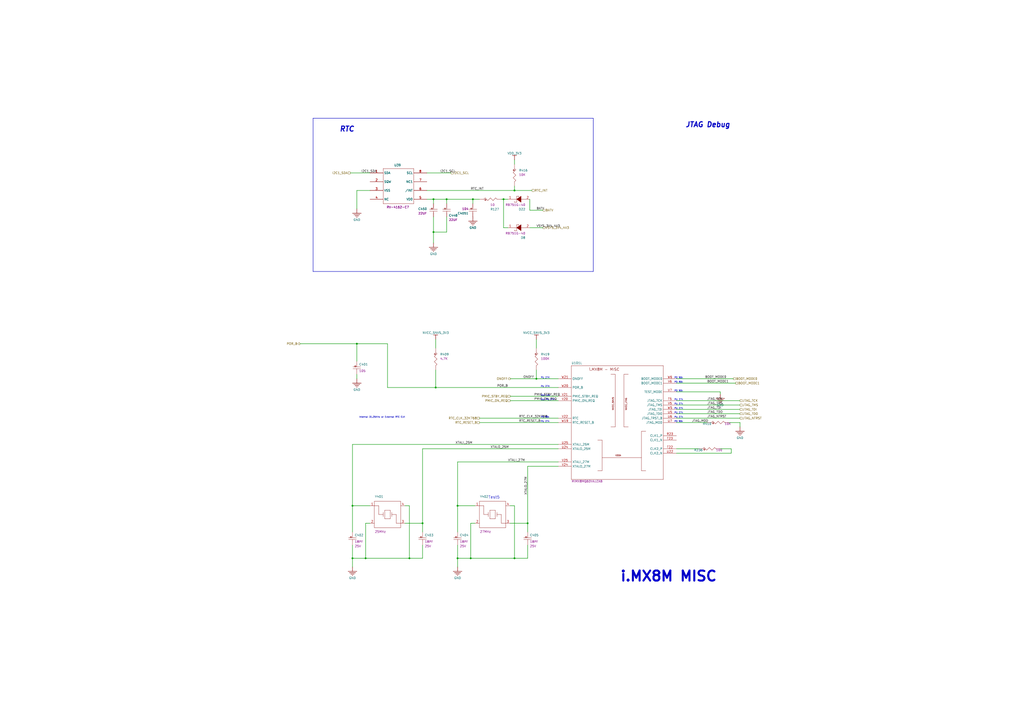
<source format=kicad_sch>
(kicad_sch (version 20231120) (generator "eeschema") (generator_version "8.0")
  (paper "A2")
  (title_block (title "Librem 5 Mainboard") (date "2024-03-21") (rev "v1.0.6") (company "Purism SPC") (comment 1 "GNU GPLv3+") (comment 2 "Copyright"))
  (lib_symbols
    (symbol "C-07_CPU_MISC_RTC:GND" (power)
      (property "Reference" "#PWR" (at 0 0 0))
      (property "Value" "GND" (at 0 6.35 0))
      (symbol "GND_0_0"
        (pin power_in line (at 0 0 0) (length 0) hide (name "GND") (number ""))
      )
    )
    (symbol "C-07_CPU_MISC_RTC:NVCC_SNVS_3V3" (power)
      (property "Reference" "#PWR" (at 0 0 0))
      (property "Value" "NVCC_SNVS_3V3" (at 0 3.81 0))
      (symbol "NVCC_SNVS_3V3_0_0"
        (pin power_in line (at 0 0 0) (length 0) hide (name "NVCC_SNVS_3V3") (number ""))
      )
    )
    (symbol "C-07_CPU_MISC_RTC:VDD_3V3" (power)
      (property "Reference" "#PWR" (at 0 0 0))
      (property "Value" "VDD_3V3" (at 0 3.81 0))
      (symbol "VDD_3V3_0_0"
        (pin power_in line (at 0 0 0) (length 0) hide (name "VDD_3V3") (number ""))
      )
    )
    (symbol "C-07_CPU_MISC_RTC:root_0_C0201"
      (symbol "root_0_C0201_1_0"
        (pin passive line (at 2.54 5.08 270) (length 2.54) (name "1") (number "1"))
        (pin passive line (at 2.54 -2.54 90) (length 2.54) (name "2") (number "2"))
      )
    )
    (symbol "C-07_CPU_MISC_RTC:root_0_C0603"
      (symbol "root_0_C0603_1_0"
        (pin passive line (at 2.54 5.08 270) (length 2.54) (name "1") (number "1"))
        (pin passive line (at 2.54 -2.54 90) (length 2.54) (name "2") (number "2"))
      )
    )
    (symbol "C-07_CPU_MISC_RTC:root_0_MIMX8MQ6DVAJZAA_BGA621"
      (symbol "root_0_MIMX8MQ6DVAJZAA_BGA621_1_0"
        (text "(LPDDR4/DDR4/DDR3)" (at 30.48 153.162 0) (effects (font (size 0.889 0.889)) (justify left bottom)))
        (text "i.MX8M - DDR" (at 30.48 164.592 0) (effects (font (size 1.524 1.524)) (justify left bottom)))
        (pin passive line (at 104.14 76.2 180) (length 7.62) (name "DRAM_DQ22/DQ6_B/DQL6_B/DQL6_B") (number "AA1"))
        (pin passive line (at -7.62 30.48 0) (length 7.62) (name "DRAM_AC27/PARITY") (number "AA12"))
        (pin passive line (at -7.62 12.7 0) (length 7.62) (name "DRAM_ZN/ZQ/ZQ/ZQ") (number "AA13"))
        (pin passive line (at -7.62 17.78 0) (length 7.62) (name "DRAM_VREF/VREF/VREF/VREF") (number "AA14"))
        (pin passive line (at 104.14 121.92 180) (length 7.62) (name "DRAM_DQ15/DQ15_A/DQU7_A/DQU7_A") (number "AA17"))
        (pin passive line (at 104.14 129.54 180) (length 7.62) (name "DRAM_DQ12/DQ12_A/DQU4_A/DQU4_A") (number "AA18"))
        (pin passive line (at 104.14 124.46 180) (length 7.62) (name "DRAM_DQ14/DQ14_A/DQU6_A/DQU6_A") (number "AA19"))
        (pin passive line (at 104.14 81.28 180) (length 7.62) (name "DRAM_DQ20/DQ4_B/DQL4_B/DQL4_B") (number "AA2"))
        (pin passive line (at 104.14 132.08 180) (length 7.62) (name "DRAM_DQ11/DQ11_A/DQU3_A/DQU3_A") (number "AA20"))
        (pin passive line (at 104.14 137.16 180) (length 7.62) (name "DRAM_DQ09/DQ09_A/DQU1_A/DQU1_A") (number "AA22"))
        (pin passive line (at 104.14 134.62 180) (length 7.62) (name "DRAM_DQ10/DQ10_A/DQU2_A/DQU2_A") (number "AA23"))
        (pin passive line (at 104.14 149.86 180) (length 7.62) (name "DRAM_DQ04/DQ4_A/DQL4_A/DQL4_A") (number "AA24"))
        (pin passive line (at 104.14 144.78 180) (length 7.62) (name "DRAM_DQ06/DQ6_A/DQL6_A/DQL6_A") (number "AA25"))
        (pin passive line (at 104.14 66.04 180) (length 7.62) (name "DRAM_DQ26/DQ10_B/DQU2_B/DQU2_B") (number "AA3"))
        (pin passive line (at 104.14 68.58 180) (length 7.62) (name "DRAM_DQ25/DQ09_B/DQU1_B/DQU1_B") (number "AA4"))
        (pin passive line (at 104.14 63.5 180) (length 7.62) (name "DRAM_DQ27/DQ11_B/DQU3_B/DQU3_B") (number "AA6"))
        (pin passive line (at 104.14 55.88 180) (length 7.62) (name "DRAM_DQ30/DQ14_B/DQU6_B/DQU6_B") (number "AA7"))
        (pin passive line (at 104.14 60.96 180) (length 7.62) (name "DRAM_DQ28/DQ12_B/DQU4_B/DQU4_B") (number "AA8"))
        (pin passive line (at 104.14 53.34 180) (length 7.62) (name "DRAM_DQ31/DQ15_B/DQU7_B/DQU7_B") (number "AA9"))
        (pin passive line (at 104.14 73.66 180) (length 7.62) (name "DRAM_DQ23/DQ7_B/DQL7_B/DQL7_B") (number "AB1"))
        (pin passive line (at -7.62 35.56 0) (length 7.62) (name "DRAM_AC35/RAS_N_/_A16~{/}RAS") (number "AB10"))
        (pin passive line (at -7.62 33.02 0) (length 7.62) (name "DRAM_AC26/BA1/BA1") (number "AB12"))
        (pin passive line (at -7.62 22.86 0) (length 7.62) (name "DRAM_RESET_N/RESET_N/RESET_N~{/}RESET") (number "AB13"))
        (pin passive line (at -7.62 7.62 0) (length 7.62) (name "DRAM_AC19/MTEST/MTEST/MTEST") (number "AB14"))
        (pin passive line (at -7.62 43.18 0) (length 7.62) (name "DRAM_AC07/A9/A9") (number "AB15"))
        (pin passive line (at -7.62 116.84 0) (length 7.62) (name "DRAM_AC14/A4/A4") (number "AB16"))
        (pin passive line (at 104.14 127 180) (length 7.62) (name "DRAM_DQ13/DQ13_A/DQU5_A/DQU5_A") (number "AB19"))
        (pin passive line (at 104.14 114.3 180) (length 7.62) (name "DRAM_DM1/DMI1_A/DMU_N_A_/_DBIU_N_A/DMU_A") (number "AB20"))
        (pin passive line (at 104.14 101.6 180) (length 7.62) (name "DRAM_DQS1_P/DQS1_T_A/DQSU_T_A/DQSU_A") (number "AB21"))
        (pin passive line (at 104.14 139.7 180) (length 7.62) (name "DRAM_DQ08/DQ08_A/DQU0_A/DQU0_A") (number "AB22"))
        (pin passive line (at 104.14 142.24 180) (length 7.62) (name "DRAM_DQ07/DQ7_A/DQL7_A/DQL7_A") (number "AB25"))
        (pin passive line (at 104.14 71.12 180) (length 7.62) (name "DRAM_DQ24/DQ08_B/DQU0_B/DQU0_B") (number "AB4"))
        (pin passive line (at 104.14 33.02 180) (length 7.62) (name "DRAM_DQS3_P/DQS1_T_B/DQSU_T_B/DQSU_B") (number "AB5"))
        (pin passive line (at 104.14 45.72 180) (length 7.62) (name "DRAM_DM3/DMI1_B/DMU_N_B_/_DBIU_N_B/DMU_B") (number "AB6"))
        (pin passive line (at 104.14 58.42 180) (length 7.62) (name "DRAM_DQ29/DQ13_B/DQU5_B/DQU5_B") (number "AB7"))
        (pin passive line (at 104.14 38.1 180) (length 7.62) (name "DRAM_DQS2_N/DQS0_C_B/DQSL_C_B~{/}DQSL_B") (number "AC1"))
        (pin passive line (at -7.62 66.04 0) (length 7.62) (name "DRAM_AC34/WE_N_/_A14~{/}WE") (number "AC10"))
        (pin passive line (at -7.62 38.1 0) (length 7.62) (name "DRAM_AC38/CS1_N~{/}CS1") (number "AC11"))
        (pin passive line (at -7.62 50.8 0) (length 7.62) (name "DRAM_AC36/ODT0/ODT0") (number "AC12"))
        (pin passive line (at -7.62 5.08 0) (length 7.62) (name "DRAM_ALERT_N/MTEST1/ALERT_N_/_MTEST1/MTE") (number "AC13"))
        (pin passive line (at -7.62 45.72 0) (length 7.62) (name "DRAM_AC15/A3/A3") (number "AC15"))
        (pin passive line (at -7.62 134.62 0) (length 7.62) (name "DRAM_AC00/CKE0_A/CKE0/CKE0") (number "AC16"))
        (pin passive line (at -7.62 139.7 0) (length 7.62) (name "DRAM_AC03/CS1_A/C0/") (number "AC18"))
        (pin passive line (at 104.14 40.64 180) (length 7.62) (name "DRAM_DQS2_P/DQS0_T_B/DQSL_T_B/DQSL_B") (number "AC2"))
        (pin passive line (at 104.14 99.06 180) (length 7.62) (name "DRAM_DQS1_N/DQS1_C_A/DQSU_C_A~{/}DQSU_A") (number "AC21"))
        (pin passive line (at 104.14 109.22 180) (length 7.62) (name "DRAM_DQS0_P/DQS0_T_A/DQSL_T_A/DQSL_A") (number "AC24"))
        (pin passive line (at 104.14 106.68 180) (length 7.62) (name "DRAM_DQS0_N/DQS0_C_A/DQSL_C_A~{/}DQSL_A") (number "AC25"))
        (pin passive line (at 104.14 30.48 180) (length 7.62) (name "DRAM_DQS3_N/DQS1_C_B/DQSU_C_B~{/}DQSU_B") (number "AC5"))
        (pin passive line (at -7.62 104.14 0) (length 7.62) (name "DRAM_AC28/CA2_B/A13/A13") (number "AC7"))
        (pin passive line (at -7.62 91.44 0) (length 7.62) (name "DRAM_AC23/CS0_B/") (number "AC9"))
        (pin passive line (at -7.62 83.82 0) (length 7.62) (name "DRAM_AC20/CKE0_B/CK_T_B/CK_B") (number "AD10"))
        (pin passive line (at -7.62 76.2 0) (length 7.62) (name "DRAM_AC24/CK_T_B/A2/A2") (number "AD12"))
        (pin passive line (at -7.62 127 0) (length 7.62) (name "DRAM_AC04/CK_T_A/BG0/BA2") (number "AD14"))
        (pin passive line (at -7.62 55.88 0) (length 7.62) (name "DRAM_AC17/CK_C_A~{/}CK_A") (number "AD15"))
        (pin passive line (at -7.62 160.02 0) (length 7.62) (name "DRAM_AC08/CA0_A/A12/A12_/~{_}BC") (number "AD17"))
        (pin passive line (at -7.62 149.86 0) (length 7.62) (name "DRAM_AC12/CA4_A/A6/A6") (number "AD19"))
        (pin passive line (at 104.14 88.9 180) (length 7.62) (name "DRAM_DQ17/DQ1_B/DQL1_B/DQL1_B") (number "AD2"))
        (pin passive line (at -7.62 154.94 0) (length 7.62) (name "DRAM_AC10/CA2_A/A7/A7") (number "AD20"))
        (pin passive line (at 104.14 152.4 180) (length 7.62) (name "DRAM_DQ03/DQ3_A/DQL3_A/DQL3_A") (number "AD22"))
        (pin passive line (at 104.14 116.84 180) (length 7.62) (name "DRAM_DM0/DMI0_A/DML_N_A_/_DBIL_N_A/DML_A") (number "AD23"))
        (pin passive line (at 104.14 157.48 180) (length 7.62) (name "DRAM_DQ01/DQ1_A/DQL1_A/DQL1_A") (number "AD24"))
        (pin passive line (at 104.14 48.26 180) (length 7.62) (name "DRAM_DM2/DMI0_B/DML_N_B_/_DBIL_N_B/DML_B") (number "AD3"))
        (pin passive line (at 104.14 83.82 180) (length 7.62) (name "DRAM_DQ19/DQ3_B/DQL3_B/DQL3_B") (number "AD4"))
        (pin passive line (at -7.62 96.52 0) (length 7.62) (name "DRAM_AC31/CA5_B/A0/A0") (number "AD6"))
        (pin passive line (at -7.62 88.9 0) (length 7.62) (name "DRAM_AC22/CS1_B/") (number "AD8"))
        (pin passive line (at -7.62 81.28 0) (length 7.62) (name "DRAM_AC21/CKE1_B/CK_C_B~{/}CK_B") (number "AE10"))
        (pin passive line (at -7.62 48.26 0) (length 7.62) (name "DRAM_AC37/ODT1/ODT1") (number "AE11"))
        (pin passive line (at -7.62 73.66 0) (length 7.62) (name "DRAM_AC25/CK_C_B/A1/A1") (number "AE12"))
        (pin passive line (at -7.62 40.64 0) (length 7.62) (name "DRAM_AC06/ACT_N/A15") (number "AE13"))
        (pin passive line (at -7.62 124.46 0) (length 7.62) (name "DRAM_AC05/CK_C_A/BG1/A14") (number "AE14"))
        (pin passive line (at -7.62 53.34 0) (length 7.62) (name "DRAM_AC16/CK_T_A/CK_A") (number "AE15"))
        (pin passive line (at -7.62 157.48 0) (length 7.62) (name "DRAM_AC09/CA1_A/A11/A11") (number "AE16"))
        (pin passive line (at -7.62 132.08 0) (length 7.62) (name "DRAM_AC01/CKE1_A/CKE1/CKE1") (number "AE17"))
        (pin passive line (at -7.62 142.24 0) (length 7.62) (name "DRAM_AC02/CS0_A/CS0_N~{/}CS0") (number "AE18"))
        (pin passive line (at -7.62 147.32 0) (length 7.62) (name "DRAM_AC13/CA5_A/A5/A5") (number "AE19"))
        (pin passive line (at -7.62 152.4 0) (length 7.62) (name "DRAM_AC11/CA3_A/A8/A8") (number "AE20"))
        (pin passive line (at 104.14 154.94 180) (length 7.62) (name "DRAM_DQ02/DQ2_A/DQL2_A/DQL2_A") (number "AE22"))
        (pin passive line (at 104.14 160.02 180) (length 7.62) (name "DRAM_DQ00/DQ0_A/DQL0_A/DQL0_A") (number "AE23"))
        (pin passive line (at 104.14 91.44 180) (length 7.62) (name "DRAM_DQ16/DQ0_B/DQL0_B/DQL0_B") (number "AE3"))
        (pin passive line (at 104.14 86.36 180) (length 7.62) (name "DRAM_DQ18/DQ2_B/DQL2_B/DQL2_B") (number "AE4"))
        (pin passive line (at -7.62 99.06 0) (length 7.62) (name "DRAM_AC30/CA4_B/A10_/_AP/A10_/_AP") (number "AE6"))
        (pin passive line (at -7.62 101.6 0) (length 7.62) (name "DRAM_AC29/CA3_B/BA0/BA0") (number "AE7"))
        (pin passive line (at -7.62 109.22 0) (length 7.62) (name "DRAM_AC32/CA0_B/C2/") (number "AE8"))
        (pin passive line (at -7.62 106.68 0) (length 7.62) (name "DRAM_AC33/CA1_B/CAS_N_/_A15~{/}CAS") (number "AE9"))
        (pin passive line (at 104.14 78.74 180) (length 7.62) (name "DRAM_DQ21/DQ5_B/DQL5_B/DQL5_B") (number "Y1"))
        (pin passive line (at 104.14 147.32 180) (length 7.62) (name "DRAM_DQ05/DQ5_A/DQL5_A/DQL5_A") (number "Y25"))
      )
      (symbol "root_0_MIMX8MQ6DVAJZAA_BGA621_2_0"
        (text "i.MX8M - USB" (at 5.08 90.932 0) (effects (font (size 1.524 1.524)) (justify left bottom)))
        (text "USB_P0_VDD33" (at 19.558 70.358 900) (effects (font (size 0.889 0.889)) (justify left bottom)))
        (text "USB_P0_VPH" (at 19.558 55.372 900) (effects (font (size 0.889 0.889)) (justify left bottom)))
        (text "USB_P1_VDD33" (at 19.558 22.098 900) (effects (font (size 0.889 0.889)) (justify left bottom)))
        (text "USB_P1_VPH" (at 19.558 7.112 900) (effects (font (size 0.889 0.889)) (justify left bottom)))
        (pin passive line (at 48.26 35.56 180) (length 7.62) (name "USB2_DP") (number "A10"))
        (pin passive line (at 48.26 55.88 180) (length 7.62) (name "USB1_RESREF") (number "A11"))
        (pin passive line (at 48.26 63.5 180) (length 7.62) (name "USB1_RX_P") (number "A12"))
        (pin passive line (at 48.26 71.12 180) (length 7.62) (name "USB1_TX_P") (number "A13"))
        (pin passive line (at 48.26 83.82 180) (length 7.62) (name "USB1_DP") (number "A14"))
        (pin passive line (at 48.26 15.24 180) (length 7.62) (name "USB2_RX_P") (number "A8"))
        (pin passive line (at 48.26 22.86 180) (length 7.62) (name "USB2_TX_P") (number "A9"))
        (pin passive line (at 48.26 33.02 180) (length 7.62) (name "USB2_DN") (number "B10"))
        (pin passive line (at 48.26 7.62 180) (length 7.62) (name "USB2_RESREF") (number "B11"))
        (pin passive line (at 48.26 60.96 180) (length 7.62) (name "USB1_RX_N") (number "B12"))
        (pin passive line (at 48.26 68.58 180) (length 7.62) (name "USB1_TX_N") (number "B13"))
        (pin passive line (at 48.26 81.28 180) (length 7.62) (name "USB1_DN") (number "B14"))
        (pin passive line (at 48.26 12.7 180) (length 7.62) (name "USB2_RX_N") (number "B8"))
        (pin passive line (at 48.26 20.32 180) (length 7.62) (name "USB2_TX_N") (number "B9"))
        (pin passive line (at 48.26 78.74 180) (length 7.62) (name "USB1_ID") (number "C14"))
        (pin passive line (at 48.26 30.48 180) (length 7.62) (name "USB2_ID") (number "C9"))
        (pin passive line (at 48.26 86.36 180) (length 7.62) (name "USB1_VBUS") (number "D14"))
        (pin passive line (at 48.26 38.1 180) (length 7.62) (name "USB2_VBUS") (number "D9"))
      )
      (symbol "root_0_MIMX8MQ6DVAJZAA_BGA621_3_0"
        (text "i.MX8M - PCIe" (at 5.08 62.992 0) (effects (font (size 1.524 1.524)) (justify left bottom)))
        (text "PCIE0_VPH" (at 11.938 42.164 900) (effects (font (size 0.889 0.889)) (justify left bottom)))
        (text "PCIE1_VPH" (at 11.938 14.224 900) (effects (font (size 0.889 0.889)) (justify left bottom)))
        (pin passive line (at 48.26 7.62 180) (length 7.62) (name "PCIE2_RESREF") (number "C25"))
        (pin passive line (at 48.26 20.32 180) (length 7.62) (name "PCIE2_RXN_N") (number "D24"))
        (pin passive line (at 48.26 22.86 180) (length 7.62) (name "PCIE2_RXN_P") (number "D25"))
        (pin passive line (at 48.26 27.94 180) (length 7.62) (name "PCIE2_TXN_N") (number "E24"))
        (pin passive line (at 48.26 30.48 180) (length 7.62) (name "PCIE2_TXN_P") (number "E25"))
        (pin passive line (at 48.26 12.7 180) (length 7.62) (name "PCIE2_REF_PAD_CLK_N") (number "F24"))
        (pin passive line (at 48.26 15.24 180) (length 7.62) (name "PCIE2_REF_PAD_CLK_P") (number "F25"))
        (pin passive line (at 48.26 35.56 180) (length 7.62) (name "PCIE1_RESREF") (number "G25"))
        (pin passive line (at 48.26 48.26 180) (length 7.62) (name "PCIE1_RXN_N") (number "H24"))
        (pin passive line (at 48.26 50.8 180) (length 7.62) (name "PCIE1_RXN_P") (number "H25"))
        (pin passive line (at 48.26 55.88 180) (length 7.62) (name "PCIE1_TXN_N") (number "J24"))
        (pin passive line (at 48.26 58.42 180) (length 7.62) (name "PCIE1_TXN_P") (number "J25"))
        (pin passive line (at 48.26 40.64 180) (length 7.62) (name "PCIE1_REF_PAD_CLK_N") (number "K24"))
        (pin passive line (at 48.26 43.18 180) (length 7.62) (name "PCIE1_REF_PAD_CLK_P") (number "K25"))
      )
      (symbol "root_0_MIMX8MQ6DVAJZAA_BGA621_4_0"
        (text "DSI_VDDHA" (at 19.558 24.892 900) (effects (font (size 0.889 0.889)) (justify left bottom)))
        (text "i.MX8M - DSI" (at 7.62 52.832 0) (effects (font (size 1.524 1.524)) (justify left bottom)))
        (pin passive line (at 48.26 15.24 180) (length 7.62) (name "MIPI_DSI_D3_N") (number "A15"))
        (pin passive line (at 48.26 30.48 180) (length 7.62) (name "MIPI_DSI_D1_N") (number "A16"))
        (pin passive line (at 48.26 38.1 180) (length 7.62) (name "MIPI_DSI_D0_N") (number "A17"))
        (pin passive line (at 48.26 22.86 180) (length 7.62) (name "MIPI_DSI_D2_N") (number "A18"))
        (pin passive line (at 48.26 17.78 180) (length 7.62) (name "MIPI_DSI_D3_P") (number "B15"))
        (pin passive line (at 48.26 33.02 180) (length 7.62) (name "MIPI_DSI_D1_P") (number "B16"))
        (pin passive line (at 48.26 40.64 180) (length 7.62) (name "MIPI_DSI_D0_P") (number "B17"))
        (pin passive line (at 48.26 25.4 180) (length 7.62) (name "MIPI_DSI_D2_P") (number "B18"))
        (pin passive line (at 48.26 45.72 180) (length 7.62) (name "MIPI_DSI_CLK_N") (number "C16"))
        (pin passive line (at 48.26 10.16 180) (length 7.62) (name "MIPI_DSI_REXT") (number "C17"))
        (pin passive line (at 48.26 48.26 180) (length 7.62) (name "MIPI_DSI_CLK_P") (number "D16"))
      )
      (symbol "root_0_MIMX8MQ6DVAJZAA_BGA621_5_0"
        (text "CSI_P1_VDDHA" (at 17.018 52.578 900) (effects (font (size 0.889 0.889)) (justify left bottom)))
        (text "CSI_P2_VDDHA" (at 17.018 9.398 900) (effects (font (size 0.889 0.889)) (justify left bottom)))
        (text "i.MX8M - CSI" (at 7.62 85.852 0) (effects (font (size 1.524 1.524)) (justify left bottom)))
        (pin passive line (at 48.26 35.56 180) (length 7.62) (name "MIPI_CSI2_CLK_N") (number "A19"))
        (pin passive line (at 48.26 20.32 180) (length 7.62) (name "MIPI_CSI2_D1_N") (number "A20"))
        (pin passive line (at 48.26 12.7 180) (length 7.62) (name "MIPI_CSI2_D2_N") (number "A21"))
        (pin passive line (at 48.26 78.74 180) (length 7.62) (name "MIPI_CSI1_CLK_N") (number "A22"))
        (pin passive line (at 48.26 71.12 180) (length 7.62) (name "MIPI_CSI1_D0_N") (number "A23"))
        (pin passive line (at 48.26 38.1 180) (length 7.62) (name "MIPI_CSI2_CLK_P") (number "B19"))
        (pin passive line (at 48.26 22.86 180) (length 7.62) (name "MIPI_CSI2_D1_P") (number "B20"))
        (pin passive line (at 48.26 15.24 180) (length 7.62) (name "MIPI_CSI2_D2_P") (number "B21"))
        (pin passive line (at 48.26 81.28 180) (length 7.62) (name "MIPI_CSI1_CLK_P") (number "B22"))
        (pin passive line (at 48.26 73.66 180) (length 7.62) (name "MIPI_CSI1_D0_P") (number "B23"))
        (pin passive line (at 48.26 55.88 180) (length 7.62) (name "MIPI_CSI1_D2_N") (number "B24"))
        (pin passive line (at 48.26 5.08 180) (length 7.62) (name "MIPI_CSI2_D3_N") (number "C19"))
        (pin passive line (at 48.26 27.94 180) (length 7.62) (name "MIPI_CSI2_D0_N") (number "C20"))
        (pin passive line (at 48.26 48.26 180) (length 7.62) (name "MIPI_CSI1_D3_N") (number "C21"))
        (pin passive line (at 48.26 63.5 180) (length 7.62) (name "MIPI_CSI1_D1_N") (number "C22"))
        (pin passive line (at 48.26 58.42 180) (length 7.62) (name "MIPI_CSI1_D2_P") (number "C23"))
        (pin passive line (at 48.26 7.62 180) (length 7.62) (name "MIPI_CSI2_D3_P") (number "D19"))
        (pin passive line (at 48.26 30.48 180) (length 7.62) (name "MIPI_CSI2_D0_P") (number "D20"))
        (pin passive line (at 48.26 50.8 180) (length 7.62) (name "MIPI_CSI1_D3_P") (number "D21"))
        (pin passive line (at 48.26 66.04 180) (length 7.62) (name "MIPI_CSI1_D1_P") (number "D22"))
      )
      (symbol "root_0_MIMX8MQ6DVAJZAA_BGA621_6_0"
        (text "HDMI_AVDDIO" (at 17.018 34.798 900) (effects (font (size 0.889 0.889)) (justify left bottom)))
        (text "i.MX8M - HDMI" (at 2.54 75.692 0) (effects (font (size 1.524 1.524)) (justify left bottom)))
        (pin passive line (at 48.26 17.78 180) (length 7.62) (name "HDMI_TX_P_LN_3") (number "M1"))
        (pin passive line (at 48.26 20.32 180) (length 7.62) (name "HDMI_TX_M_LN_3") (number "M2"))
        (pin passive line (at 48.26 27.94 180) (length 7.62) (name "HDMI_TX_M_LN_2") (number "N1"))
        (pin passive line (at 48.26 25.4 180) (length 7.62) (name "HDMI_TX_P_LN_2") (number "N2"))
        (pin passive line (at 48.26 5.08 180) (length 7.62) (name "HDMI_REXT") (number "P1"))
        (pin passive line (at 48.26 68.58 180) (length 7.62) (name "HDMI_DDC_SDA") (number "P3"))
        (pin passive line (at 48.26 48.26 180) (length 7.62) (name "HDMI_REFCLK_N") (number "R1"))
        (pin passive line (at 48.26 50.8 180) (length 7.62) (name "HDMI_REFCLK_P") (number "R2"))
        (pin passive line (at 48.26 71.12 180) (length 7.62) (name "HDMI_DDC_SCL") (number "R3"))
        (pin passive line (at 48.26 40.64 180) (length 7.62) (name "HDMI_TX_P_LN_0") (number "T1"))
        (pin passive line (at 48.26 43.18 180) (length 7.62) (name "HDMI_TX_M_LN_0") (number "T2"))
        (pin passive line (at 48.26 35.56 180) (length 7.62) (name "HDMI_TX_M_LN_1") (number "U1"))
        (pin passive line (at 48.26 33.02 180) (length 7.62) (name "HDMI_TX_P_LN_1") (number "U2"))
        (pin passive line (at 48.26 12.7 180) (length 7.62) (name "HDMI_AUX_P") (number "V1"))
        (pin passive line (at 48.26 10.16 180) (length 7.62) (name "HDMI_AUX_N") (number "V2"))
        (pin passive line (at 48.26 63.5 180) (length 7.62) (name "HDMI_HPD") (number "W2"))
        (pin passive line (at 48.26 58.42 180) (length 7.62) (name "HDMI_CEC") (number "W3"))
      )
      (symbol "root_0_MIMX8MQ6DVAJZAA_BGA621_7_0"
        (text "i.MX8M - SAI" (at 12.7 96.012 0) (effects (font (size 1.524 1.524)) (justify left bottom)))
        (text "NVCC_SAI1" (at 32.512 51.816 900) (effects (font (size 0.889 0.889)) (justify left bottom)))
        (text "NVCC_SAI2" (at 32.512 8.636 900) (effects (font (size 0.889 0.889)) (justify left bottom)))
        (text "NVCC_SAI3" (at 24.13 55.88 900) (effects (font (size 0.889 0.889)) (justify left bottom)))
        (text "NVCC_SAI5" (at 24.13 86.36 900) (effects (font (size 0.889 0.889)) (justify left bottom)))
        (pin passive line (at 60.96 91.44 180) (length 7.62) (name "SAI1_MCLK") (number "A3"))
        (pin passive line (at 60.96 73.66 180) (length 7.62) (name "SAI1_TXD2") (number "B2"))
        (pin passive line (at 60.96 63.5 180) (length 7.62) (name "SAI1_TXD6") (number "B3"))
        (pin passive line (at 60.96 60.96 180) (length 7.62) (name "SAI1_TXD7") (number "C1"))
        (pin passive line (at 60.96 66.04 180) (length 7.62) (name "SAI1_TXD5") (number "C2"))
        (pin passive line (at -7.62 55.88 0) (length 7.62) (name "SAI3_TXD") (number "C3"))
        (pin passive line (at -7.62 58.42 0) (length 7.62) (name "SAI3_TXC") (number "C4"))
        (pin passive line (at 60.96 71.12 180) (length 7.62) (name "SAI1_TXD3") (number "D1"))
        (pin passive line (at 60.96 68.58 180) (length 7.62) (name "SAI1_TXD4") (number "D2"))
        (pin passive line (at -7.62 66.04 0) (length 7.62) (name "SAI3_MCLK") (number "D3"))
        (pin passive line (at 60.96 83.82 180) (length 7.62) (name "SAI1_TXC") (number "E1"))
        (pin passive line (at 60.96 76.2 180) (length 7.62) (name "SAI1_TXD1") (number "E2"))
        (pin passive line (at -7.62 35.56 0) (length 7.62) (name "SPDIF_EXT_CLK") (number "E6"))
        (pin passive line (at 60.96 35.56 180) (length 7.62) (name "SAI1_RXD5") (number "F1"))
        (pin passive line (at 60.96 78.74 180) (length 7.62) (name "SAI1_TXD0") (number "F2"))
        (pin passive line (at -7.62 45.72 0) (length 7.62) (name "SAI3_RXD") (number "F3"))
        (pin passive line (at -7.62 48.26 0) (length 7.62) (name "SAI3_RXC") (number "F4"))
        (pin passive line (at -7.62 40.64 0) (length 7.62) (name "SPDIF_TX") (number "F6"))
        (pin passive line (at 60.96 30.48 180) (length 7.62) (name "SAI1_RXD7") (number "G1"))
        (pin passive line (at 60.96 33.02 180) (length 7.62) (name "SAI1_RXD6") (number "G2"))
        (pin passive line (at -7.62 60.96 0) (length 7.62) (name "SAI3_TXFS") (number "G3"))
        (pin passive line (at -7.62 50.8 0) (length 7.62) (name "SAI3_RXFS") (number "G4"))
        (pin passive line (at 60.96 15.24 180) (length 7.62) (name "SAI2_TXD0") (number "G5"))
        (pin passive line (at -7.62 38.1 0) (length 7.62) (name "SPDIF_RX") (number "G6"))
        (pin passive line (at 60.96 86.36 180) (length 7.62) (name "SAI1_TXFS") (number "H1"))
        (pin passive line (at 60.96 43.18 180) (length 7.62) (name "SAI1_RXD2") (number "H2"))
        (pin passive line (at 60.96 7.62 180) (length 7.62) (name "SAI2_RXC") (number "H3"))
        (pin passive line (at 60.96 20.32 180) (length 7.62) (name "SAI2_TXFS") (number "H4"))
        (pin passive line (at 60.96 25.4 180) (length 7.62) (name "SAI2_MCLK") (number "H5"))
        (pin passive line (at 60.96 5.08 180) (length 7.62) (name "SAI2_RXD0") (number "H6"))
        (pin passive line (at 60.96 38.1 180) (length 7.62) (name "SAI1_RXD4") (number "J1"))
        (pin passive line (at 60.96 40.64 180) (length 7.62) (name "SAI1_RXD3") (number "J2"))
        (pin passive line (at 60.96 10.16 180) (length 7.62) (name "SAI2_RXFS") (number "J4"))
        (pin passive line (at 60.96 17.78 180) (length 7.62) (name "SAI2_TXC") (number "J5"))
        (pin passive line (at 60.96 53.34 180) (length 7.62) (name "SAI1_RXC") (number "K1"))
        (pin passive line (at 60.96 48.26 180) (length 7.62) (name "SAI1_RXD0") (number "K2"))
        (pin passive line (at -7.62 91.44 0) (length 7.62) (name "SAI5_MCLK") (number "K4"))
        (pin passive line (at -7.62 71.12 0) (length 7.62) (name "SAI5_RXD3") (number "K5"))
        (pin passive line (at 60.96 55.88 180) (length 7.62) (name "SAI1_RXFS") (number "L1"))
        (pin passive line (at 60.96 45.72 180) (length 7.62) (name "SAI1_RXD1") (number "L2"))
        (pin passive line (at -7.62 76.2 0) (length 7.62) (name "SAI5_RXD1") (number "L4"))
        (pin passive line (at -7.62 83.82 0) (length 7.62) (name "SAI5_RXC") (number "L5"))
        (pin passive line (at -7.62 73.66 0) (length 7.62) (name "SAI5_RXD2") (number "M4"))
        (pin passive line (at -7.62 78.74 0) (length 7.62) (name "SAI5_RXD0") (number "M5"))
        (pin passive line (at -7.62 86.36 0) (length 7.62) (name "SAI5_RXFS") (number "N4"))
      )
      (symbol "root_0_MIMX8MQ6DVAJZAA_BGA621_8_0"
        (text "i.MX8M - NAND" (at 2.54 62.992 0) (effects (font (size 1.524 1.524)) (justify left bottom)))
        (text "NVCC_NAND" (at 14.478 27.432 900) (effects (font (size 0.889 0.889)) (justify left bottom)))
        (pin passive line (at 45.72 53.34 180) (length 7.62) (name "NAND_CE2_B") (number "F21"))
        (pin passive line (at 45.72 45.72 180) (length 7.62) (name "NAND_ALE") (number "G19"))
        (pin passive line (at 45.72 22.86 180) (length 7.62) (name "NAND_DATA00") (number "G20"))
        (pin passive line (at 45.72 55.88 180) (length 7.62) (name "NAND_CE1_B") (number "G21"))
        (pin passive line (at 45.72 58.42 180) (length 7.62) (name "NAND_CE0_B") (number "H19"))
        (pin passive line (at 45.72 50.8 180) (length 7.62) (name "NAND_CE3_B") (number "H20"))
        (pin passive line (at 45.72 43.18 180) (length 7.62) (name "NAND_CLE") (number "H21"))
        (pin passive line (at 45.72 17.78 180) (length 7.62) (name "NAND_DATA02") (number "H22"))
        (pin passive line (at 45.72 20.32 180) (length 7.62) (name "NAND_DATA01") (number "J20"))
        (pin passive line (at 45.72 15.24 180) (length 7.62) (name "NAND_DATA03") (number "J21"))
        (pin passive line (at 45.72 10.16 180) (length 7.62) (name "NAND_DATA05") (number "J22"))
        (pin passive line (at 45.72 40.64 180) (length 7.62) (name "NAND_RE_B") (number "K19"))
        (pin passive line (at 45.72 33.02 180) (length 7.62) (name "NAND_READY_B") (number "K20"))
        (pin passive line (at 45.72 35.56 180) (length 7.62) (name "NAND_WP_B") (number "K21"))
        (pin passive line (at 45.72 38.1 180) (length 7.62) (name "NAND_WE_B") (number "K22"))
        (pin passive line (at 45.72 7.62 180) (length 7.62) (name "NAND_DATA06") (number "L19"))
        (pin passive line (at 45.72 12.7 180) (length 7.62) (name "NAND_DATA04") (number "L20"))
        (pin passive line (at 45.72 5.08 180) (length 7.62) (name "NAND_DATA07") (number "M19"))
        (pin passive line (at 45.72 27.94 180) (length 7.62) (name "NAND_DQS") (number "M20"))
      )
      (symbol "root_0_MIMX8MQ6DVAJZAA_BGA621_9_0"
        (text "i.MX8M - SD" (at 10.16 42.672 0) (effects (font (size 1.524 1.524)) (justify left bottom)))
        (text "NVCC_SD1" (at 16.256 27.94 900) (effects (font (size 0.889 0.889)) (justify left bottom)))
        (text "NVCC_SD2" (at 27.178 17.272 900) (effects (font (size 0.889 0.889)) (justify left bottom)))
        (pin passive line (at 50.8 15.24 180) (length 7.62) (name "SD2_CD_B") (number "L21"))
        (pin passive line (at 50.8 38.1 180) (length 7.62) (name "SD2_CLK") (number "L22"))
        (pin passive line (at -7.62 35.56 0) (length 7.62) (name "SD1_CMD") (number "L24"))
        (pin passive line (at -7.62 38.1 0) (length 7.62) (name "SD1_CLK") (number "L25"))
        (pin passive line (at 50.8 17.78 180) (length 7.62) (name "SD2_WP") (number "M21"))
        (pin passive line (at 50.8 35.56 180) (length 7.62) (name "SD2_CMD") (number "M22"))
        (pin passive line (at -7.62 27.94 0) (length 7.62) (name "SD1_DATA1") (number "M24"))
        (pin passive line (at -7.62 30.48 0) (length 7.62) (name "SD1_DATA0") (number "M25"))
        (pin passive line (at 50.8 27.94 180) (length 7.62) (name "SD2_DATA1") (number "N21"))
        (pin passive line (at 50.8 30.48 180) (length 7.62) (name "SD2_DATA0") (number "N22"))
        (pin passive line (at -7.62 20.32 0) (length 7.62) (name "SD1_DATA4") (number "N24"))
        (pin passive line (at -7.62 25.4 0) (length 7.62) (name "SD1_DATA2") (number "N25"))
        (pin passive line (at 50.8 22.86 180) (length 7.62) (name "SD2_DATA3") (number "P21"))
        (pin passive line (at 50.8 25.4 180) (length 7.62) (name "SD2_DATA2") (number "P22"))
        (pin passive line (at -7.62 17.78 0) (length 7.62) (name "SD1_DATA5") (number "P24"))
        (pin passive line (at -7.62 22.86 0) (length 7.62) (name "SD1_DATA3") (number "P25"))
        (pin passive line (at 50.8 12.7 180) (length 7.62) (name "SD2_RESET_B") (number "R22"))
        (pin passive line (at -7.62 7.62 0) (length 7.62) (name "SD1_RESET_B") (number "R24"))
        (pin passive line (at -7.62 15.24 0) (length 7.62) (name "SD1_DATA6") (number "R25"))
        (pin passive line (at -7.62 5.08 0) (length 7.62) (name "SD1_STROBE") (number "T24"))
        (pin passive line (at -7.62 12.7 0) (length 7.62) (name "SD1_DATA7") (number "T25"))
      )
      (symbol "root_0_MIMX8MQ6DVAJZAA_BGA621_10_0"
        (text "i.MX8M - eNET" (at 2.54 52.832 0) (effects (font (size 1.524 1.524)) (justify left bottom)))
        (text "NVCC_ENET" (at 19.558 22.098 900) (effects (font (size 0.889 0.889)) (justify left bottom)))
        (pin passive line (at 45.72 43.18 180) (length 7.62) (name "ENET_MDIO") (number "N19"))
        (pin passive line (at 45.72 45.72 180) (length 7.62) (name "ENET_MDC") (number "N20"))
        (pin passive line (at 45.72 38.1 180) (length 7.62) (name "ENET_TX_CTL") (number "P19"))
        (pin passive line (at 45.72 25.4 180) (length 7.62) (name "ENET_TD3") (number "P20"))
        (pin passive line (at 45.72 27.94 180) (length 7.62) (name "ENET_TD2") (number "R19"))
        (pin passive line (at 45.72 33.02 180) (length 7.62) (name "ENET_TD0") (number "R20"))
        (pin passive line (at 45.72 30.48 180) (length 7.62) (name "ENET_TD1") (number "R21"))
        (pin passive line (at 45.72 35.56 180) (length 7.62) (name "ENET_TXC") (number "T19"))
        (pin passive line (at 45.72 17.78 180) (length 7.62) (name "ENET_RXC") (number "T20"))
        (pin passive line (at 45.72 20.32 180) (length 7.62) (name "ENET_RX_CTL") (number "T21"))
        (pin passive line (at 45.72 15.24 180) (length 7.62) (name "ENET_RD0") (number "U19"))
        (pin passive line (at 45.72 10.16 180) (length 7.62) (name "ENET_RD2") (number "U20"))
        (pin passive line (at 45.72 12.7 180) (length 7.62) (name "ENET_RD1") (number "U21"))
        (pin passive line (at 45.72 7.62 180) (length 7.62) (name "ENET_RD3") (number "V19"))
      )
      (symbol "root_0_MIMX8MQ6DVAJZAA_BGA621_11_0"
        (text "NVCC_ECSPI" (at 24.638 47.244 900) (effects (font (size 0.889 0.889)) (justify left bottom)))
        (text "NVCC_GPIO1" (at 24.638 17.272 900) (effects (font (size 0.889 0.889)) (justify left bottom)))
        (text "NVCC_I2C" (at 13.716 30.48 900) (effects (font (size 0.889 0.889)) (justify left bottom)))
        (text "NVCC_UART" (at 13.716 60.96 900) (effects (font (size 0.889 0.889)) (justify left bottom)))
        (pin passive line (at 50.8 66.04 180) (length 7.62) (name "ECSPI1_MOSI") (number "A4"))
        (pin passive line (at 50.8 55.88 180) (length 7.62) (name "ECSPI2_SS0") (number "A5"))
        (pin passive line (at -7.62 53.34 0) (length 7.62) (name "UART3_RXD") (number "A6"))
        (pin passive line (at -7.62 66.04 0) (length 7.62) (name "UART1_TXD") (number "A7"))
        (pin passive line (at 50.8 63.5 180) (length 7.62) (name "ECSPI1_MISO") (number "B4"))
        (pin passive line (at 50.8 50.8 180) (length 7.62) (name "ECSPI2_MISO") (number "B5"))
        (pin passive line (at -7.62 60.96 0) (length 7.62) (name "UART2_RXD") (number "B6"))
        (pin passive line (at -7.62 50.8 0) (length 7.62) (name "UART3_TXD") (number "B7"))
        (pin passive line (at 50.8 48.26 180) (length 7.62) (name "ECSPI2_SCLK") (number "C5"))
        (pin passive line (at -7.62 45.72 0) (length 7.62) (name "UART4_RXD") (number "C6"))
        (pin passive line (at -7.62 68.58 0) (length 7.62) (name "UART1_RXD") (number "C7"))
        (pin passive line (at 50.8 68.58 180) (length 7.62) (name "ECSPI1_SS0") (number "D4"))
        (pin passive line (at 50.8 60.96 180) (length 7.62) (name "ECSPI1_SCLK") (number "D5"))
        (pin passive line (at -7.62 58.42 0) (length 7.62) (name "UART2_TXD") (number "D6"))
        (pin passive line (at -7.62 43.18 0) (length 7.62) (name "UART4_TXD") (number "D7"))
        (pin passive line (at 50.8 53.34 180) (length 7.62) (name "ECSPI2_MOSI") (number "E5"))
        (pin passive line (at -7.62 38.1 0) (length 7.62) (name "I2C1_SCL") (number "E7"))
        (pin passive line (at -7.62 35.56 0) (length 7.62) (name "I2C1_SDA") (number "E8"))
        (pin passive line (at -7.62 20.32 0) (length 7.62) (name "I2C3_SDA") (number "E9"))
        (pin passive line (at -7.62 27.94 0) (length 7.62) (name "I2C2_SDA") (number "F7"))
        (pin passive line (at -7.62 15.24 0) (length 7.62) (name "I2C4_SCL") (number "F8"))
        (pin passive line (at -7.62 12.7 0) (length 7.62) (name "I2C4_SDA") (number "F9"))
        (pin passive line (at -7.62 30.48 0) (length 7.62) (name "I2C2_SCL") (number "G7"))
        (pin passive line (at -7.62 22.86 0) (length 7.62) (name "I2C3_SCL") (number "G8"))
        (pin passive line (at 50.8 5.08 180) (length 7.62) (name "GPIO1_IO15") (number "J6"))
        (pin passive line (at 50.8 10.16 180) (length 7.62) (name "GPIO1_IO13") (number "K6"))
        (pin passive line (at 50.8 7.62 180) (length 7.62) (name "GPIO1_IO14") (number "K7"))
        (pin passive line (at 50.8 15.24 180) (length 7.62) (name "GPIO1_IO11") (number "L6"))
        (pin passive line (at 50.8 12.7 180) (length 7.62) (name "GPIO1_IO12") (number "L7"))
        (pin passive line (at 50.8 20.32 180) (length 7.62) (name "GPIO1_IO09") (number "M6"))
        (pin passive line (at 50.8 17.78 180) (length 7.62) (name "GPIO1_IO10") (number "M7"))
        (pin passive line (at 50.8 27.94 180) (length 7.62) (name "GPIO1_IO06") (number "N5"))
        (pin passive line (at 50.8 25.4 180) (length 7.62) (name "GPIO1_IO07") (number "N6"))
        (pin passive line (at 50.8 22.86 180) (length 7.62) (name "GPIO1_IO08") (number "N7"))
        (pin passive line (at 50.8 35.56 180) (length 7.62) (name "GPIO1_IO03") (number "P4"))
        (pin passive line (at 50.8 33.02 180) (length 7.62) (name "GPIO1_IO04") (number "P5"))
        (pin passive line (at 50.8 30.48 180) (length 7.62) (name "GPIO1_IO05") (number "P7"))
        (pin passive line (at 50.8 38.1 180) (length 7.62) (name "GPIO1_IO02") (number "R4"))
        (pin passive line (at 50.8 43.18 180) (length 7.62) (name "GPIO1_IO00") (number "T6"))
        (pin passive line (at 50.8 40.64 180) (length 7.62) (name "GPIO1_IO01") (number "T7"))
      )
      (symbol "root_0_MIMX8MQ6DVAJZAA_BGA621_12_0"
        (text "i.MX8M - MISC" (at 10.16 62.992 0) (effects (font (size 1.524 1.524)) (justify left bottom)))
        (text "NVCC_JTAG" (at 32.258 40.132 900) (effects (font (size 0.889 0.889)) (justify left bottom)))
        (text "NVCC_SNVS" (at 24.638 40.132 900) (effects (font (size 0.889 0.889)) (justify left bottom)))
        (text "VDDA" (at 25.4 13.462 0) (effects (font (size 0.889 0.889)) (justify left bottom)))
        (pin passive line (at 60.96 25.4 180) (length 7.62) (name "CLK1_P") (number "R23"))
        (pin passive line (at 60.96 17.78 180) (length 7.62) (name "CLK2_P") (number "T22"))
        (pin passive line (at 60.96 22.86 180) (length 7.62) (name "CLK1_N") (number "T23"))
        (pin passive line (at 60.96 45.72 180) (length 7.62) (name "JTAG_TCK") (number "T5"))
        (pin passive line (at 60.96 15.24 180) (length 7.62) (name "CLK2_N") (number "U22"))
        (pin passive line (at -7.62 17.78 0) (length 7.62) (name "XTALO_25M") (number "U24"))
        (pin passive line (at -7.62 20.32 0) (length 7.62) (name "XTALI_25M") (number "U25"))
        (pin passive line (at 60.96 38.1 180) (length 7.62) (name "JTAG_TDO") (number "U5"))
        (pin passive line (at 60.96 35.56 180) (length 7.62) (name "JTAG_TRST_B") (number "U6"))
        (pin passive line (at 60.96 33.02 180) (length 7.62) (name "JTAG_MOD") (number "U7"))
        (pin passive line (at -7.62 45.72 0) (length 7.62) (name "PMIC_ON_REQ") (number "V20"))
        (pin passive line (at -7.62 48.26 0) (length 7.62) (name "PMIC_STBY_REQ") (number "V21"))
        (pin passive line (at -7.62 35.56 0) (length 7.62) (name "RTC") (number "V22"))
        (pin passive line (at -7.62 7.62 0) (length 7.62) (name "XTALO_27M") (number "V24"))
        (pin passive line (at -7.62 10.16 0) (length 7.62) (name "XTALI_27M") (number "V25"))
        (pin passive line (at 60.96 43.18 180) (length 7.62) (name "JTAG_TMS") (number "V5"))
        (pin passive line (at 60.96 55.88 180) (length 7.62) (name "BOOT_MODE1") (number "V6"))
        (pin passive line (at 60.96 50.8 180) (length 7.62) (name "TEST_MODE") (number "V7"))
        (pin passive line (at -7.62 33.02 0) (length 7.62) (name "RTC_RESET_B") (number "W19"))
        (pin passive line (at -7.62 53.34 0) (length 7.62) (name "POR_B") (number "W20"))
        (pin passive line (at -7.62 58.42 0) (length 7.62) (name "ONOFF") (number "W21"))
        (pin passive line (at 60.96 40.64 180) (length 7.62) (name "JTAG_TDI") (number "W5"))
        (pin passive line (at 60.96 58.42 180) (length 7.62) (name "BOOT_MODE0") (number "W6"))
      )
      (symbol "root_0_MIMX8MQ6DVAJZAA_BGA621_13_0"
        (pin power_in line (at -7.62 45.72 0) (length 7.62) (name "NVCC_DRAM2") (number "AA10"))
        (pin power_in line (at -7.62 83.82 0) (length 7.62) (name "VDDA_DRAM") (number "AA11"))
        (pin power_in line (at -7.62 40.64 0) (length 7.62) (name "NVCC_DRAM4") (number "AA15"))
        (pin power_in line (at -7.62 43.18 0) (length 7.62) (name "NVCC_DRAM3") (number "AB17"))
        (pin power_in line (at -7.62 48.26 0) (length 7.62) (name "NVCC_DRAM1") (number "AB23"))
        (pin power_in line (at -7.62 35.56 0) (length 7.62) (name "NVCC_DRAM6") (number "AB3"))
        (pin power_in line (at -7.62 38.1 0) (length 7.62) (name "NVCC_DRAM5") (number "AB8"))
        (pin power_in line (at -7.62 33.02 0) (length 7.62) (name "NVCC_DRAM7") (number "AC14"))
        (pin power_in line (at -7.62 30.48 0) (length 7.62) (name "NVCC_DRAM8") (number "AC17"))
        (pin power_in line (at -7.62 27.94 0) (length 7.62) (name "NVCC_DRAM9") (number "AC20"))
        (pin power_in line (at -7.62 22.86 0) (length 7.62) (name "NVCC_DRAM11") (number "AC23"))
        (pin power_in line (at -7.62 25.4 0) (length 7.62) (name "NVCC_DRAM10") (number "AC3"))
        (pin power_in line (at -7.62 17.78 0) (length 7.62) (name "NVCC_DRAM13") (number "AC6"))
        (pin power_in line (at -7.62 20.32 0) (length 7.62) (name "NVCC_DRAM12") (number "AC8"))
        (pin power_in line (at -7.62 12.7 0) (length 7.62) (name "NVCC_DRAM15") (number "AD18"))
        (pin power_in line (at -7.62 15.24 0) (length 7.62) (name "NVCC_DRAM14") (number "AD21"))
        (pin power_in line (at -7.62 10.16 0) (length 7.62) (name "NVCC_DRAM16") (number "AD5"))
        (pin power_in line (at 50.8 218.44 180) (length 7.62) (name "USB2_VPTX") (number "C11"))
        (pin power_in line (at 50.8 220.98 180) (length 7.62) (name "USB1_VPTX") (number "C12"))
        (pin power_in line (at 50.8 132.08 180) (length 7.62) (name "MIPI_VDDHA1") (number "C18"))
        (pin power_in line (at 50.8 213.36 180) (length 7.62) (name "USB2_VP") (number "D11"))
        (pin power_in line (at 50.8 215.9 180) (length 7.62) (name "USB1_VP") (number "D12"))
        (pin power_in line (at 50.8 129.54 180) (length 7.62) (name "MIPI_VDDHA2") (number "D17"))
        (pin power_in line (at 50.8 127 180) (length 7.62) (name "MIPI_VDDHA3") (number "D18"))
        (pin power_in line (at 50.8 264.16 180) (length 7.62) (name "NVCC_UART") (number "D8"))
        (pin power_in line (at 50.8 208.28 180) (length 7.62) (name "USB2_DVDD") (number "E11"))
        (pin power_in line (at 50.8 210.82 180) (length 7.62) (name "USB1_DVDD") (number "E12"))
        (pin power_in line (at 50.8 114.3 180) (length 7.62) (name "MIPI_VDD1") (number "E15"))
        (pin power_in line (at 50.8 124.46 180) (length 7.62) (name "MIPI_VDDA1") (number "E17"))
        (pin power_in line (at 50.8 121.92 180) (length 7.62) (name "MIPI_VDDA2") (number "E18"))
        (pin power_in line (at 50.8 276.86 180) (length 7.62) (name "NVCC_SAI3") (number "E3"))
        (pin power_in line (at 50.8 223.52 180) (length 7.62) (name "USB2_VPH") (number "F11"))
        (pin power_in line (at 50.8 226.06 180) (length 7.62) (name "USB1_VPH") (number "F12"))
        (pin power_in line (at 50.8 111.76 180) (length 7.62) (name "MIPI_VDD2") (number "F15"))
        (pin power_in line (at 50.8 119.38 180) (length 7.62) (name "MIPI_VDDA3") (number "F17"))
        (pin power_in line (at 50.8 116.84 180) (length 7.62) (name "MIPI_VDDA4") (number "F18"))
        (pin power_in line (at 50.8 109.22 180) (length 7.62) (name "MIPI_VDDPLL") (number "F19"))
        (pin passive line (at 50.8 175.26 180) (length 7.62) (name "PCIE_VP2") (number "F22"))
        (pin passive line (at 50.8 180.34 180) (length 7.62) (name "PCIE_VPTX2") (number "F23"))
        (pin power_in line (at 50.8 261.62 180) (length 7.62) (name "NVCC_ECSPI") (number "F5"))
        (pin power_in line (at 50.8 228.6 180) (length 7.62) (name "USB2_VDD33") (number "G11"))
        (pin power_in line (at 50.8 231.14 180) (length 7.62) (name "USB1_VDD33") (number "G12"))
        (pin power_in line (at -7.62 190.5 0) (length 7.62) (name "VDD_ARM13") (number "G14"))
        (pin power_in line (at -7.62 220.98 0) (length 7.62) (name "VDD_ARM1") (number "G15"))
        (pin power_in line (at -7.62 205.74 0) (length 7.62) (name "VDD_ARM7") (number "G16"))
        (pin passive line (at 50.8 177.8 180) (length 7.62) (name "PCIE_VP1") (number "G22"))
        (pin passive line (at 50.8 182.88 180) (length 7.62) (name "PCIE_VPTX1") (number "G23"))
        (pin power_in line (at -7.62 187.96 0) (length 7.62) (name "VDD_ARM14") (number "H14"))
        (pin power_in line (at -7.62 218.44 0) (length 7.62) (name "VDD_ARM2") (number "H15"))
        (pin power_in line (at -7.62 203.2 0) (length 7.62) (name "VDD_ARM8") (number "H16"))
        (pin passive line (at 50.8 187.96 180) (length 7.62) (name "PCIE_VPH1") (number "H23"))
        (pin power_in line (at 50.8 266.7 180) (length 7.62) (name "NVCC_I2C") (number "H7"))
        (pin power_in line (at -7.62 154.94 0) (length 7.62) (name "VDD_GPU5") (number "J10"))
        (pin power_in line (at -7.62 215.9 0) (length 7.62) (name "VDD_ARM3") (number "J15"))
        (pin power_in line (at -7.62 200.66 0) (length 7.62) (name "VDD_ARM9") (number "J16"))
        (pin passive line (at 50.8 185.42 180) (length 7.62) (name "PCIE_VPH2") (number "J23"))
        (pin power_in line (at 50.8 279.4 180) (length 7.62) (name "NVCC_SAI2") (number "J7"))
        (pin power_in line (at -7.62 165.1 0) (length 7.62) (name "VDD_GPU1") (number "J9"))
        (pin power_in line (at -7.62 152.4 0) (length 7.62) (name "VDD_GPU6") (number "K10"))
        (pin power_in line (at -7.62 259.08 0) (length 7.62) (name "VDD_SOC11") (number "K12"))
        (pin power_in line (at -7.62 81.28 0) (length 7.62) (name "VDDA_1P8_FPLL_ARM") (number "K14"))
        (pin power_in line (at -7.62 213.36 0) (length 7.62) (name "VDD_ARM4") (number "K15"))
        (pin power_in line (at -7.62 198.12 0) (length 7.62) (name "VDD_ARM10") (number "K16"))
        (pin power_in line (at 50.8 281.94 180) (length 7.62) (name "NVCC_SAI1_2") (number "K3"))
        (pin power_in line (at -7.62 162.56 0) (length 7.62) (name "VDD_GPU2") (number "K9"))
        (pin power_in line (at -7.62 149.86 0) (length 7.62) (name "VDD_GPU7") (number "L10"))
        (pin power_in line (at -7.62 256.54 0) (length 7.62) (name "VDD_SOC12") (number "L12"))
        (pin power_in line (at -7.62 243.84 0) (length 7.62) (name "VDD_SOC17") (number "L13"))
        (pin power_in line (at -7.62 210.82 0) (length 7.62) (name "VDD_ARM5") (number "L15"))
        (pin power_in line (at -7.62 195.58 0) (length 7.62) (name "VDD_ARM11") (number "L16"))
        (pin power_in line (at 50.8 289.56 180) (length 7.62) (name "NVCC_NAND1") (number "L18"))
        (pin power_in line (at 50.8 256.54 180) (length 7.62) (name "NVCC_SD1_2") (number "L23"))
        (pin power_in line (at 50.8 284.48 180) (length 7.62) (name "NVCC_SAI1_1") (number "L3"))
        (pin power_in line (at -7.62 160.02 0) (length 7.62) (name "VDD_GPU3") (number "L9"))
        (pin power_in line (at -7.62 147.32 0) (length 7.62) (name "VDD_GPU8") (number "M10"))
        (pin power_in line (at -7.62 254 0) (length 7.62) (name "VDD_SOC13") (number "M12"))
        (pin power_in line (at -7.62 241.3 0) (length 7.62) (name "VDD_SOC18") (number "M13"))
        (pin power_in line (at -7.62 208.28 0) (length 7.62) (name "VDD_ARM6") (number "M15"))
        (pin power_in line (at -7.62 193.04 0) (length 7.62) (name "VDD_ARM12") (number "M16"))
        (pin power_in line (at 50.8 287.02 180) (length 7.62) (name "NVCC_NAND2") (number "M18"))
        (pin power_in line (at 50.8 259.08 180) (length 7.62) (name "NVCC_SD1_1") (number "M23"))
        (pin power_in line (at 50.8 274.32 180) (length 7.62) (name "NVCC_SAI5") (number "M3"))
        (pin power_in line (at -7.62 157.48 0) (length 7.62) (name "VDD_GPU4") (number "M9"))
        (pin power_in line (at -7.62 175.26 0) (length 7.62) (name "VDD_VPU3") (number "N10"))
        (pin power_in line (at -7.62 73.66 0) (length 7.62) (name "VDDA_1P8_SPLL_VIDEO2") (number "N11"))
        (pin power_in line (at -7.62 238.76 0) (length 7.62) (name "VDD_SOC19") (number "N13"))
        (pin power_in line (at 50.8 254 180) (length 7.62) (name "NVCC_SD2") (number "N23"))
        (pin power_in line (at -7.62 180.34 0) (length 7.62) (name "VDD_VPU1") (number "N8"))
        (pin power_in line (at -7.62 177.8 0) (length 7.62) (name "VDD_VPU2") (number "N9"))
        (pin power_in line (at -7.62 170.18 0) (length 7.62) (name "VDD_VPU5") (number "P10"))
        (pin power_in line (at -7.62 248.92 0) (length 7.62) (name "VDD_SOC15") (number "P12"))
        (pin power_in line (at -7.62 236.22 0) (length 7.62) (name "VDD_SOC20") (number "P13"))
        (pin power_in line (at -7.62 246.38 0) (length 7.62) (name "VDD_SOC16") (number "P15"))
        (pin power_in line (at -7.62 251.46 0) (length 7.62) (name "VDD_SOC14") (number "P16"))
        (pin power_in line (at 50.8 157.48 180) (length 7.62) (name "HDMI_AVDDIO") (number "P2"))
        (pin power_in line (at -7.62 172.72 0) (length 7.62) (name "VDD_VPU4") (number "P9"))
        (pin power_in line (at -7.62 279.4 0) (length 7.62) (name "VDD_SOC3") (number "R10"))
        (pin power_in line (at -7.62 276.86 0) (length 7.62) (name "VDD_SOC4") (number "R11"))
        (pin power_in line (at -7.62 274.32 0) (length 7.62) (name "VDD_SOC5") (number "R12"))
        (pin power_in line (at -7.62 271.78 0) (length 7.62) (name "VDD_SOC6") (number "R13"))
        (pin power_in line (at -7.62 269.24 0) (length 7.62) (name "VDD_SOC7") (number "R14"))
        (pin power_in line (at -7.62 266.7 0) (length 7.62) (name "VDD_SOC8") (number "R15"))
        (pin power_in line (at -7.62 264.16 0) (length 7.62) (name "VDD_SOC9") (number "R16"))
        (pin passive line (at -7.62 53.34 0) (length 7.62) (name "EFUSE_VQPS") (number "R17"))
        (pin power_in line (at -7.62 289.56 0) (length 7.62) (name "VDD_SNVS") (number "R18"))
        (pin power_in line (at 50.8 271.78 180) (length 7.62) (name "NVCC_GPIO1") (number "R5"))
        (pin power_in line (at 50.8 269.24 180) (length 7.62) (name "NVCC_GPIO2") (number "R6"))
        (pin power_in line (at -7.62 284.48 0) (length 7.62) (name "VDD_SOC1") (number "R8"))
        (pin power_in line (at -7.62 281.94 0) (length 7.62) (name "VDD_SOC2") (number "R9"))
        (pin power_in line (at -7.62 71.12 0) (length 7.62) (name "VDDA_1P8_SPLL_DRAM") (number "T15"))
        (pin power_in line (at -7.62 63.5 0) (length 7.62) (name "VDDA_1P8_TSENSOR") (number "T16"))
        (pin power_in line (at -7.62 233.68 0) (length 7.62) (name "VDD_SOC21") (number "T17"))
        (pin power_in line (at 50.8 251.46 180) (length 7.62) (name "NVCC_ENET") (number "T18"))
        (pin power_in line (at -7.62 261.62 0) (length 7.62) (name "VDD_SOC10") (number "T8"))
        (pin power_in line (at -7.62 114.3 0) (length 7.62) (name "VDD_DRAM11") (number "U10"))
        (pin power_in line (at -7.62 121.92 0) (length 7.62) (name "VDD_DRAM8") (number "U11"))
        (pin power_in line (at -7.62 116.84 0) (length 7.62) (name "VDD_DRAM10") (number "U12"))
        (pin power_in line (at -7.62 111.76 0) (length 7.62) (name "VDD_DRAM12") (number "U13"))
        (pin power_in line (at -7.62 119.38 0) (length 7.62) (name "VDD_DRAM9") (number "U14"))
        (pin power_in line (at -7.62 78.74 0) (length 7.62) (name "VDDA_1P8_FPLL") (number "U17"))
        (pin power_in line (at -7.62 66.04 0) (length 7.62) (name "VDDA_1P8_LVDS") (number "U23"))
        (pin power_in line (at 50.8 152.4 180) (length 7.62) (name "HDMI_AVDDCORE2") (number "U3"))
        (pin power_in line (at 50.8 149.86 180) (length 7.62) (name "HDMI_AVDDCORE1") (number "U4"))
        (pin power_in line (at -7.62 124.46 0) (length 7.62) (name "VDD_DRAM7") (number "V10"))
        (pin power_in line (at -7.62 127 0) (length 7.62) (name "VDD_DRAM6") (number "V11"))
        (pin power_in line (at -7.62 129.54 0) (length 7.62) (name "VDD_DRAM5") (number "V12"))
        (pin power_in line (at -7.62 132.08 0) (length 7.62) (name "VDD_DRAM4") (number "V13"))
        (pin power_in line (at -7.62 134.62 0) (length 7.62) (name "VDD_DRAM3") (number "V14"))
        (pin power_in line (at -7.62 137.16 0) (length 7.62) (name "VDD_DRAM2") (number "V15"))
        (pin power_in line (at -7.62 228.6 0) (length 7.62) (name "VDDA_0P9") (number "V18"))
        (pin power_in line (at 50.8 154.94 180) (length 7.62) (name "HDMI_AVDDCLK") (number "V3"))
        (pin power_in line (at -7.62 139.7 0) (length 7.62) (name "VDD_DRAM1") (number "V9"))
        (pin power_in line (at -7.62 76.2 0) (length 7.62) (name "VDDA_1P8_SPLL") (number "W17"))
        (pin power_in line (at -7.62 292.1 0) (length 7.62) (name "NVCC_SNVS") (number "W18"))
        (pin power_in line (at -7.62 60.96 0) (length 7.62) (name "VDDA_1P8_XTAL_27M") (number "W23"))
        (pin power_in line (at -7.62 58.42 0) (length 7.62) (name "VDDA_1P8_XTAL_25M") (number "W24"))
        (pin power_in line (at 50.8 292.1 180) (length 7.62) (name "NVCC_JTAG") (number "W4"))
        (pin power_in line (at -7.62 96.52 0) (length 7.62) (name "VDD_DRAM18") (number "Y10"))
        (pin power_in line (at -7.62 5.08 0) (length 7.62) (name "NVCC_DRAM18") (number "Y12"))
        (pin power_in line (at -7.62 7.62 0) (length 7.62) (name "NVCC_DRAM17") (number "Y14"))
        (pin power_in line (at -7.62 99.06 0) (length 7.62) (name "VDD_DRAM17") (number "Y16"))
        (pin power_in line (at -7.62 101.6 0) (length 7.62) (name "VDD_DRAM16") (number "Y18"))
        (pin power_in line (at -7.62 104.14 0) (length 7.62) (name "VDD_DRAM15") (number "Y20"))
        (pin power_in line (at -7.62 109.22 0) (length 7.62) (name "VDD_DRAM13") (number "Y6"))
        (pin power_in line (at -7.62 106.68 0) (length 7.62) (name "VDD_DRAM14") (number "Y8"))
      )
      (symbol "root_0_MIMX8MQ6DVAJZAA_BGA621_14_0"
        (pin power_in line (at 53.34 154.94 180) (length 7.62) (name "VSS12") (number "A2"))
        (pin power_in line (at 53.34 170.18 180) (length 7.62) (name "VSS6") (number "A24"))
        (pin power_in line (at -7.62 137.16 0) (length 7.62) (name "VSS124") (number "AA16"))
        (pin power_in line (at -7.62 139.7 0) (length 7.62) (name "VSS125") (number "AA21"))
        (pin power_in line (at -7.62 134.62 0) (length 7.62) (name "VSS123") (number "AA5"))
        (pin power_in line (at -7.62 147.32 0) (length 7.62) (name "VSS128") (number "AB11"))
        (pin power_in line (at -7.62 149.86 0) (length 7.62) (name "VSS129") (number "AB18"))
        (pin power_in line (at -7.62 142.24 0) (length 7.62) (name "VSS126") (number "AB2"))
        (pin power_in line (at -7.62 152.4 0) (length 7.62) (name "VSS130") (number "AB24"))
        (pin power_in line (at -7.62 144.78 0) (length 7.62) (name "VSS127") (number "AB9"))
        (pin power_in line (at -7.62 157.48 0) (length 7.62) (name "VSS132") (number "AC19"))
        (pin power_in line (at -7.62 160.02 0) (length 7.62) (name "VSS133") (number "AC22"))
        (pin power_in line (at -7.62 154.94 0) (length 7.62) (name "VSS131") (number "AC4"))
        (pin power_in line (at -7.62 162.56 0) (length 7.62) (name "VSS134") (number "AD1"))
        (pin power_in line (at -7.62 170.18 0) (length 7.62) (name "VSS137") (number "AD11"))
        (pin power_in line (at -7.62 172.72 0) (length 7.62) (name "VSS138") (number "AD13"))
        (pin power_in line (at -7.62 175.26 0) (length 7.62) (name "VSS139") (number "AD16"))
        (pin power_in line (at -7.62 177.8 0) (length 7.62) (name "VSS140") (number "AD25"))
        (pin power_in line (at -7.62 165.1 0) (length 7.62) (name "VSS135") (number "AD7"))
        (pin power_in line (at -7.62 167.64 0) (length 7.62) (name "VSS136") (number "AD9"))
        (pin power_in line (at -7.62 180.34 0) (length 7.62) (name "VSS141") (number "AE2"))
        (pin power_in line (at -7.62 45.72 0) (length 7.62) (name "VSS88") (number "AE21"))
        (pin power_in line (at -7.62 66.04 0) (length 7.62) (name "VSS96") (number "AE24"))
        (pin power_in line (at -7.62 43.18 0) (length 7.62) (name "VSS87") (number "AE5"))
        (pin power_in line (at 53.34 76.2 180) (length 7.62) (name "VSS43") (number "B1"))
        (pin power_in line (at 53.34 182.88 180) (length 7.62) (name "VSS1") (number "B25"))
        (pin power_in line (at 53.34 177.8 180) (length 7.62) (name "VSS3") (number "C10"))
        (pin power_in line (at 53.34 175.26 180) (length 7.62) (name "VSS4") (number "C13"))
        (pin power_in line (at 53.34 172.72 180) (length 7.62) (name "VSS5") (number "C15"))
        (pin power_in line (at 53.34 167.64 180) (length 7.62) (name "VSS7") (number "C24"))
        (pin power_in line (at 53.34 180.34 180) (length 7.62) (name "VSS2") (number "C8"))
        (pin power_in line (at 53.34 165.1 180) (length 7.62) (name "VSS8") (number "D10"))
        (pin power_in line (at 53.34 162.56 180) (length 7.62) (name "VSS9") (number "D13"))
        (pin power_in line (at 53.34 160.02 180) (length 7.62) (name "VSS10") (number "D15"))
        (pin power_in line (at 53.34 157.48 180) (length 7.62) (name "VSS11") (number "D23"))
        (pin power_in line (at 53.34 149.86 180) (length 7.62) (name "VSS14") (number "E10"))
        (pin power_in line (at 53.34 147.32 180) (length 7.62) (name "VSS15") (number "E13"))
        (pin power_in line (at 53.34 144.78 180) (length 7.62) (name "VSS16") (number "E14"))
        (pin power_in line (at 53.34 139.7 180) (length 7.62) (name "VSS18") (number "E16"))
        (pin power_in line (at 53.34 137.16 180) (length 7.62) (name "VSS19") (number "E19"))
        (pin power_in line (at 53.34 142.24 180) (length 7.62) (name "VSS17") (number "E20"))
        (pin power_in line (at 53.34 134.62 180) (length 7.62) (name "VSS20") (number "E21"))
        (pin power_in line (at 53.34 132.08 180) (length 7.62) (name "VSS21") (number "E22"))
        (pin power_in line (at 53.34 129.54 180) (length 7.62) (name "VSS22") (number "E23"))
        (pin power_in line (at 53.34 152.4 180) (length 7.62) (name "VSS13") (number "E4"))
        (pin power_in line (at 53.34 127 180) (length 7.62) (name "VSS23") (number "F10"))
        (pin power_in line (at 53.34 124.46 180) (length 7.62) (name "VSS24") (number "F13"))
        (pin power_in line (at 53.34 121.92 180) (length 7.62) (name "VSS25") (number "F14"))
        (pin power_in line (at 53.34 116.84 180) (length 7.62) (name "VSS27") (number "F16"))
        (pin power_in line (at 53.34 119.38 180) (length 7.62) (name "VSS26") (number "F20"))
        (pin power_in line (at 53.34 111.76 180) (length 7.62) (name "VSS29") (number "G10"))
        (pin power_in line (at 53.34 109.22 180) (length 7.62) (name "VSS30") (number "G13"))
        (pin power_in line (at 53.34 106.68 180) (length 7.62) (name "VSS31") (number "G17"))
        (pin power_in line (at 53.34 104.14 180) (length 7.62) (name "VSS32") (number "G18"))
        (pin power_in line (at 53.34 101.6 180) (length 7.62) (name "VSS33") (number "G24"))
        (pin power_in line (at 53.34 114.3 180) (length 7.62) (name "VSS28") (number "G9"))
        (pin power_in line (at 53.34 93.98 180) (length 7.62) (name "VSS36") (number "H10"))
        (pin power_in line (at 53.34 91.44 180) (length 7.62) (name "VSS37") (number "H11"))
        (pin power_in line (at 53.34 88.9 180) (length 7.62) (name "VSS38") (number "H12"))
        (pin power_in line (at 53.34 86.36 180) (length 7.62) (name "VSS39") (number "H13"))
        (pin power_in line (at 53.34 83.82 180) (length 7.62) (name "VSS40") (number "H17"))
        (pin power_in line (at 53.34 81.28 180) (length 7.62) (name "VSS41") (number "H18"))
        (pin power_in line (at 53.34 99.06 180) (length 7.62) (name "VSS34") (number "H8"))
        (pin power_in line (at 53.34 96.52 180) (length 7.62) (name "VSS35") (number "H9"))
        (pin power_in line (at 53.34 71.12 180) (length 7.62) (name "VSS45") (number "J11"))
        (pin power_in line (at 53.34 68.58 180) (length 7.62) (name "VSS46") (number "J12"))
        (pin power_in line (at 53.34 66.04 180) (length 7.62) (name "VSS47") (number "J13"))
        (pin power_in line (at 53.34 63.5 180) (length 7.62) (name "VSS48") (number "J14"))
        (pin power_in line (at 53.34 60.96 180) (length 7.62) (name "VSS49") (number "J17"))
        (pin power_in line (at 53.34 58.42 180) (length 7.62) (name "VSS50") (number "J18"))
        (pin power_in line (at 53.34 55.88 180) (length 7.62) (name "VSS51") (number "J19"))
        (pin power_in line (at 53.34 78.74 180) (length 7.62) (name "VSS42") (number "J3"))
        (pin power_in line (at 53.34 73.66 180) (length 7.62) (name "VSS44") (number "J8"))
        (pin power_in line (at 53.34 50.8 180) (length 7.62) (name "VSS53") (number "K11"))
        (pin power_in line (at -7.62 195.58 0) (length 7.62) (name "VSSA_FPLL_ARM") (number "K13"))
        (pin power_in line (at 53.34 45.72 180) (length 7.62) (name "VSS55") (number "K17"))
        (pin power_in line (at 53.34 43.18 180) (length 7.62) (name "VSS56") (number "K18"))
        (pin power_in line (at 53.34 40.64 180) (length 7.62) (name "VSS57") (number "K23"))
        (pin power_in line (at 53.34 53.34 180) (length 7.62) (name "VSS52") (number "K8"))
        (pin power_in line (at 53.34 35.56 180) (length 7.62) (name "VSS59") (number "L11"))
        (pin power_in line (at 53.34 33.02 180) (length 7.62) (name "VSS60") (number "L14"))
        (pin power_in line (at 53.34 30.48 180) (length 7.62) (name "VSS61") (number "L17"))
        (pin power_in line (at 53.34 38.1 180) (length 7.62) (name "VSS58") (number "L8"))
        (pin power_in line (at 53.34 25.4 180) (length 7.62) (name "VSS63") (number "M11"))
        (pin power_in line (at 53.34 22.86 180) (length 7.62) (name "VSS64") (number "M14"))
        (pin power_in line (at 53.34 20.32 180) (length 7.62) (name "VSS65") (number "M17"))
        (pin power_in line (at 53.34 27.94 180) (length 7.62) (name "VSS62") (number "M8"))
        (pin power_in line (at -7.62 190.5 0) (length 7.62) (name "VSSA_SPLL_VIDEO2") (number "N12"))
        (pin power_in line (at 53.34 12.7 180) (length 7.62) (name "VSS68") (number "N14"))
        (pin power_in line (at -7.62 10.16 0) (length 7.62) (name "VSS74") (number "N15"))
        (pin power_in line (at -7.62 7.62 0) (length 7.62) (name "VSS73") (number "N16"))
        (pin power_in line (at 53.34 15.24 180) (length 7.62) (name "VSS67") (number "N17"))
        (pin power_in line (at 53.34 48.26 180) (length 7.62) (name "VSS54") (number "N18"))
        (pin power_in line (at 53.34 17.78 180) (length 7.62) (name "VSS66") (number "N3"))
        (pin power_in line (at 53.34 5.08 180) (length 7.62) (name "VSS71") (number "P11"))
        (pin power_in line (at -7.62 5.08 0) (length 7.62) (name "VSS72") (number "P14"))
        (pin power_in line (at -7.62 12.7 0) (length 7.62) (name "VSS75") (number "P17"))
        (pin power_in line (at -7.62 15.24 0) (length 7.62) (name "VSS76") (number "P18"))
        (pin power_in line (at -7.62 17.78 0) (length 7.62) (name "VSS77") (number "P23"))
        (pin power_in line (at 53.34 10.16 180) (length 7.62) (name "VSS69") (number "P6"))
        (pin power_in line (at 53.34 7.62 180) (length 7.62) (name "VSS70") (number "P8"))
        (pin power_in line (at -7.62 20.32 0) (length 7.62) (name "VSS78") (number "R7"))
        (pin power_in line (at -7.62 33.02 0) (length 7.62) (name "VSS83") (number "T10"))
        (pin power_in line (at -7.62 35.56 0) (length 7.62) (name "VSS84") (number "T11"))
        (pin power_in line (at -7.62 38.1 0) (length 7.62) (name "VSS85") (number "T12"))
        (pin power_in line (at -7.62 40.64 0) (length 7.62) (name "VSS86") (number "T13"))
        (pin power_in line (at -7.62 185.42 0) (length 7.62) (name "VSSA_SPLL_DRAM") (number "T14"))
        (pin power_in line (at -7.62 25.4 0) (length 7.62) (name "VSS80") (number "T3"))
        (pin power_in line (at -7.62 27.94 0) (length 7.62) (name "VSS81") (number "T4"))
        (pin power_in line (at -7.62 30.48 0) (length 7.62) (name "VSS82") (number "T9"))
        (pin power_in line (at -7.62 53.34 0) (length 7.62) (name "VSS91") (number "U15"))
        (pin power_in line (at -7.62 193.04 0) (length 7.62) (name "VSSA_FPLL") (number "U16"))
        (pin power_in line (at -7.62 55.88 0) (length 7.62) (name "VSS92") (number "U18"))
        (pin power_in line (at -7.62 48.26 0) (length 7.62) (name "VSS89") (number "U8"))
        (pin power_in line (at -7.62 50.8 0) (length 7.62) (name "VSS90") (number "U9"))
        (pin power_in line (at -7.62 63.5 0) (length 7.62) (name "VSS95") (number "V16"))
        (pin power_in line (at -7.62 187.96 0) (length 7.62) (name "VSSA_SPLL") (number "V17"))
        (pin power_in line (at 53.34 195.58 180) (length 7.62) (name "VSSA_XTAL_25M") (number "V23"))
        (pin power_in line (at -7.62 58.42 0) (length 7.62) (name "VSS93") (number "V4"))
        (pin power_in line (at -7.62 60.96 0) (length 7.62) (name "VSS94") (number "V8"))
        (pin power_in line (at -7.62 68.58 0) (length 7.62) (name "VSS97") (number "W1"))
        (pin power_in line (at -7.62 76.2 0) (length 7.62) (name "VSS100") (number "W10"))
        (pin power_in line (at -7.62 78.74 0) (length 7.62) (name "VSS101") (number "W11"))
        (pin power_in line (at -7.62 81.28 0) (length 7.62) (name "VSS102") (number "W12"))
        (pin power_in line (at -7.62 83.82 0) (length 7.62) (name "VSS103") (number "W13"))
        (pin power_in line (at -7.62 86.36 0) (length 7.62) (name "VSS104") (number "W14"))
        (pin power_in line (at -7.62 88.9 0) (length 7.62) (name "VSS105") (number "W15"))
        (pin power_in line (at -7.62 91.44 0) (length 7.62) (name "VSS106") (number "W16"))
        (pin power_in line (at 53.34 193.04 180) (length 7.62) (name "VSSA_XTAL_27M") (number "W22"))
        (pin power_in line (at -7.62 93.98 0) (length 7.62) (name "VSS107") (number "W25"))
        (pin power_in line (at -7.62 71.12 0) (length 7.62) (name "VSS98") (number "W7"))
        (pin power_in line (at -7.62 73.66 0) (length 7.62) (name "VSS99") (number "W8"))
        (pin power_in line (at -7.62 22.86 0) (length 7.62) (name "VSS79") (number "W9"))
        (pin power_in line (at -7.62 111.76 0) (length 7.62) (name "VSS114") (number "Y11"))
        (pin power_in line (at -7.62 114.3 0) (length 7.62) (name "VSS115") (number "Y13"))
        (pin power_in line (at -7.62 116.84 0) (length 7.62) (name "VSS116") (number "Y15"))
        (pin power_in line (at -7.62 119.38 0) (length 7.62) (name "VSS117") (number "Y17"))
        (pin power_in line (at -7.62 121.92 0) (length 7.62) (name "VSS118") (number "Y19"))
        (pin power_in line (at -7.62 96.52 0) (length 7.62) (name "VSS108") (number "Y2"))
        (pin power_in line (at -7.62 124.46 0) (length 7.62) (name "VSS119") (number "Y21"))
        (pin power_in line (at -7.62 127 0) (length 7.62) (name "VSS120") (number "Y22"))
        (pin power_in line (at -7.62 129.54 0) (length 7.62) (name "VSS121") (number "Y23"))
        (pin power_in line (at -7.62 132.08 0) (length 7.62) (name "VSS122") (number "Y24"))
        (pin power_in line (at -7.62 99.06 0) (length 7.62) (name "VSS109") (number "Y3"))
        (pin power_in line (at -7.62 101.6 0) (length 7.62) (name "VSS110") (number "Y4"))
        (pin power_in line (at -7.62 104.14 0) (length 7.62) (name "VSS111") (number "Y5"))
        (pin power_in line (at -7.62 106.68 0) (length 7.62) (name "VSS112") (number "Y7"))
        (pin power_in line (at -7.62 109.22 0) (length 7.62) (name "VSS113") (number "Y9"))
      )
    )
    (symbol "C-07_CPU_MISC_RTC:root_0_RES_2"
      (symbol "root_0_RES_2_1_0"
        (pin passive line (at 2.54 10.16 270) (length 2.54) (name "1") (number "1"))
        (pin passive line (at 2.54 -2.54 90) (length 2.54) (name "2") (number "2"))
      )
    )
    (symbol "C-07_CPU_MISC_RTC:root_0_RV-4162-C7"
      (symbol "root_0_RV-4162-C7_1_0"
        (pin passive line (at -7.62 17.78 0) (length 7.62) (name "SDA") (number "1"))
        (pin passive line (at -7.62 12.7 0) (length 7.62) (name "SQW") (number "2"))
        (pin passive line (at -7.62 7.62 0) (length 7.62) (name "VSS") (number "3"))
        (pin passive line (at -7.62 2.54 0) (length 7.62) (name "NC") (number "4"))
        (pin passive line (at 25.4 2.54 180) (length 7.62) (name "VDD") (number "5"))
        (pin passive line (at 25.4 7.62 180) (length 7.62) (name "/INT") (number "6"))
        (pin passive line (at 25.4 12.7 180) (length 7.62) (name "NC1") (number "7"))
        (pin passive line (at 25.4 17.78 180) (length 7.62) (name "SCL") (number "8"))
      )
    )
    (symbol "C-07_CPU_MISC_RTC:root_0_XTAL_13Y"
      (symbol "root_0_XTAL_13Y_1_0"
        (pin passive line (at -2.54 12.7 0) (length 2.54) (name "1") (number "1"))
        (pin passive line (at -2.54 2.54 0) (length 2.54) (name "2") (number "2"))
        (pin passive line (at 17.78 2.54 180) (length 2.54) (name "3") (number "3"))
        (pin passive line (at 17.78 12.7 180) (length 2.54) (name "4") (number "4"))
      )
    )
    (symbol "C-07_CPU_MISC_RTC:root_1_RES_2"
      (symbol "root_1_RES_2_1_0"
        (pin passive line (at -10.16 2.54 0) (length 2.54) (name "1") (number "1"))
        (pin passive line (at 2.54 2.54 180) (length 2.54) (name "2") (number "2"))
      )
    )
    (symbol "C-07_CPU_MISC_RTC:root_2_DIODE_SCHTKY_0"
      (symbol "root_2_DIODE_SCHTKY_0_1_0"
        (pin passive line (at -10.16 -2.54 0) (length 2.54) (name "C") (number "1"))
        (pin passive line (at 2.54 -2.54 180) (length 2.54) (name "A") (number "2"))
      )
    )
  )
  (junction (at 251.46 134.62))
  (junction (at 259.08 115.57))
  (junction (at 237.49 323.85))
  (junction (at 207.01 199.39))
  (junction (at 265.43 323.85))
  (junction (at 204.47 323.85))
  (junction (at 252.73 224.79))
  (junction (at 298.45 323.85))
  (junction (at 245.11 303.53))
  (junction (at 292.1 115.57))
  (junction (at 273.05 323.85))
  (junction (at 306.07 303.53))
  (junction (at 212.09 323.85))
  (junction (at 311.15 219.71))
  (junction (at 274.32 115.57))
  (junction (at 251.46 115.57))
  (junction (at 298.45 110.49))
  (junction (at 204.47 293.37))
  (junction (at 265.43 293.37))
  (wire (pts (xy 292.1 115.57) (xy 292.1 132.08)) (stroke (width 0.254)))
  (wire (pts (xy 214.63 293.37) (xy 204.47 293.37)) (stroke (width 0.254)))
  (wire (pts (xy 307.34 121.92) (xy 314.96 121.92)) (stroke (width 0.254)))
  (wire (pts (xy 323.85 267.97) (xy 265.43 267.97)) (stroke (width 0.254)))
  (wire (pts (xy 251.46 115.57) (xy 247.65 115.57)) (stroke (width 0.254)))
  (wire (pts (xy 392.43 262.89) (xy 424.18 262.89)) (stroke (width 0.254)))
  (wire (pts (xy 298.45 323.85) (xy 306.07 323.85)) (stroke (width 0.254)))
  (wire (pts (xy 323.85 260.35) (xy 245.11 260.35)) (stroke (width 0.254)))
  (wire (pts (xy 212.09 323.85) (xy 237.49 323.85)) (stroke (width 0.254)))
  (wire (pts (xy 298.45 107.95) (xy 298.45 110.49)) (stroke (width 0.254)))
  (wire (pts (xy 392.43 240.03) (xy 429.26 240.03)) (stroke (width 0.254)))
  (wire (pts (xy 274.32 118.11) (xy 274.32 115.57)) (stroke (width 0.254)))
  (wire (pts (xy 212.09 303.53) (xy 214.63 303.53)) (stroke (width 0.254)))
  (wire (pts (xy 392.43 242.57) (xy 429.26 242.57)) (stroke (width 0.254)))
  (wire (pts (xy 307.34 115.57) (xy 307.34 121.92)) (stroke (width 0.254)))
  (wire (pts (xy 259.08 125.73) (xy 259.08 134.62)) (stroke (width 0.254)))
  (wire (pts (xy 247.65 100.33) (xy 261.62 100.33)) (stroke (width 0.254)))
  (wire (pts (xy 245.11 260.35) (xy 245.11 303.53)) (stroke (width 0.254)))
  (wire (pts (xy 274.32 115.57) (xy 259.08 115.57)) (stroke (width 0.254)))
  (wire (pts (xy 311.15 219.71) (xy 295.91 219.71)) (stroke (width 0.254)))
  (wire (pts (xy 392.43 237.49) (xy 429.26 237.49)) (stroke (width 0.254)))
  (wire (pts (xy 237.49 323.85) (xy 245.11 323.85)) (stroke (width 0.254)))
  (wire (pts (xy 251.46 134.62) (xy 251.46 140.97)) (stroke (width 0.254)))
  (wire (pts (xy 392.43 222.25) (xy 426.72 222.25)) (stroke (width 0.254)))
  (wire (pts (xy 252.73 224.79) (xy 323.85 224.79)) (stroke (width 0.254)))
  (wire (pts (xy 259.08 115.57) (xy 251.46 115.57)) (stroke (width 0.254)))
  (wire (pts (xy 429.26 232.41) (xy 392.43 232.41)) (stroke (width 0.254)))
  (wire (pts (xy 234.95 303.53) (xy 245.11 303.53)) (stroke (width 0.254)))
  (wire (pts (xy 429.26 245.11) (xy 422.91 245.11)) (stroke (width 0.254)))
  (wire (pts (xy 265.43 293.37) (xy 275.59 293.37)) (stroke (width 0.254)))
  (wire (pts (xy 392.43 234.95) (xy 429.26 234.95)) (stroke (width 0.254)))
  (wire (pts (xy 273.05 303.53) (xy 275.59 303.53)) (stroke (width 0.254)))
  (wire (pts (xy 294.64 115.57) (xy 292.1 115.57)) (stroke (width 0.254)))
  (wire (pts (xy 265.43 308.61) (xy 265.43 293.37)) (stroke (width 0.254)))
  (wire (pts (xy 204.47 257.81) (xy 204.47 293.37)) (stroke (width 0.254)))
  (wire (pts (xy 307.34 132.08) (xy 314.96 132.08)) (stroke (width 0.254)))
  (wire (pts (xy 207.01 110.49) (xy 207.01 121.158)) (stroke (width 0.254)))
  (wire (pts (xy 298.45 110.49) (xy 308.61 110.49)) (stroke (width 0.254)))
  (wire (pts (xy 298.45 323.85) (xy 273.05 323.85)) (stroke (width 0.254)))
  (wire (pts (xy 306.07 323.85) (xy 306.07 316.23)) (stroke (width 0.254)))
  (wire (pts (xy 259.08 134.62) (xy 251.46 134.62)) (stroke (width 0.254)))
  (wire (pts (xy 424.18 262.89) (xy 424.18 260.35)) (stroke (width 0.254)))
  (wire (pts (xy 265.43 267.97) (xy 265.43 293.37)) (stroke (width 0.254)))
  (wire (pts (xy 311.15 201.93) (xy 311.15 196.85)) (stroke (width 0.254)))
  (wire (pts (xy 207.01 199.39) (xy 224.79 199.39)) (stroke (width 0.254)))
  (wire (pts (xy 298.45 110.49) (xy 247.65 110.49)) (stroke (width 0.254)))
  (wire (pts (xy 204.47 323.85) (xy 212.09 323.85)) (stroke (width 0.254)))
  (wire (pts (xy 204.47 293.37) (xy 204.47 308.61)) (stroke (width 0.254)))
  (wire (pts (xy 273.05 323.85) (xy 265.43 323.85)) (stroke (width 0.254)))
  (wire (pts (xy 278.13 115.57) (xy 274.32 115.57)) (stroke (width 0.254)))
  (wire (pts (xy 323.85 257.81) (xy 204.47 257.81)) (stroke (width 0.254)))
  (wire (pts (xy 292.1 115.57) (xy 290.83 115.57)) (stroke (width 0.254)))
  (wire (pts (xy 207.01 209.55) (xy 207.01 199.39)) (stroke (width 0.254)))
  (wire (pts (xy 265.43 323.85) (xy 265.43 328.93)) (stroke (width 0.254)))
  (wire (pts (xy 207.01 199.39) (xy 173.99 199.39)) (stroke (width 0.254)))
  (wire (pts (xy 259.08 118.11) (xy 259.08 115.57)) (stroke (width 0.254)))
  (wire (pts (xy 306.07 270.51) (xy 306.07 303.53)) (stroke (width 0.254)))
  (wire (pts (xy 237.49 293.37) (xy 234.95 293.37)) (stroke (width 0.254)))
  (wire (pts (xy 311.15 219.71) (xy 323.85 219.71)) (stroke (width 0.254)))
  (wire (pts (xy 417.83 227.33) (xy 417.83 228.6)) (stroke (width 0.254)))
  (wire (pts (xy 245.11 323.85) (xy 245.11 316.23)) (stroke (width 0.254)))
  (wire (pts (xy 212.09 323.85) (xy 212.09 303.53)) (stroke (width 0.254)))
  (wire (pts (xy 214.63 100.33) (xy 203.2 100.33)) (stroke (width 0.254)))
  (wire (pts (xy 251.46 118.11) (xy 251.46 115.57)) (stroke (width 0.254)))
  (polyline (pts (xy 344.17 68.58) (xy 181.61 68.58)) (stroke (width 0.254) (type solid)))
  (wire (pts (xy 252.73 224.79) (xy 252.73 214.63)) (stroke (width 0.254)))
  (wire (pts (xy 405.13 260.35) (xy 392.43 260.35)) (stroke (width 0.254)))
  (wire (pts (xy 224.79 199.39) (xy 224.79 224.79)) (stroke (width 0.254)))
  (wire (pts (xy 323.85 232.41) (xy 295.91 232.41)) (stroke (width 0.254)))
  (polyline (pts (xy 181.61 157.48) (xy 344.17 157.48)) (stroke (width 0.254) (type solid)))
  (wire (pts (xy 424.18 260.35) (xy 417.83 260.35)) (stroke (width 0.254)))
  (wire (pts (xy 204.47 323.85) (xy 204.47 328.93)) (stroke (width 0.254)))
  (wire (pts (xy 323.85 270.51) (xy 306.07 270.51)) (stroke (width 0.254)))
  (wire (pts (xy 214.63 110.49) (xy 207.01 110.49)) (stroke (width 0.254)))
  (wire (pts (xy 295.91 293.37) (xy 298.45 293.37)) (stroke (width 0.254)))
  (wire (pts (xy 425.45 219.71) (xy 392.43 219.71)) (stroke (width 0.254)))
  (wire (pts (xy 323.85 242.57) (xy 278.13 242.57)) (stroke (width 0.254)))
  (wire (pts (xy 237.49 323.85) (xy 237.49 293.37)) (stroke (width 0.254)))
  (wire (pts (xy 392.43 227.33) (xy 417.83 227.33)) (stroke (width 0.254)))
  (wire (pts (xy 245.11 303.53) (xy 245.11 308.61)) (stroke (width 0.254)))
  (wire (pts (xy 252.73 201.93) (xy 252.73 196.85)) (stroke (width 0.254)))
  (wire (pts (xy 204.47 316.23) (xy 204.47 323.85)) (stroke (width 0.254)))
  (wire (pts (xy 306.07 308.61) (xy 306.07 303.53)) (stroke (width 0.254)))
  (wire (pts (xy 292.1 132.08) (xy 294.64 132.08)) (stroke (width 0.254)))
  (wire (pts (xy 273.05 323.85) (xy 273.05 303.53)) (stroke (width 0.254)))
  (wire (pts (xy 306.07 303.53) (xy 295.91 303.53)) (stroke (width 0.254)))
  (wire (pts (xy 298.45 95.25) (xy 298.45 92.71)) (stroke (width 0.254)))
  (wire (pts (xy 410.21 245.11) (xy 392.43 245.11)) (stroke (width 0.254)))
  (wire (pts (xy 251.46 125.73) (xy 251.46 134.62)) (stroke (width 0.254)))
  (wire (pts (xy 429.26 247.65) (xy 429.26 245.11)) (stroke (width 0.254)))
  (wire (pts (xy 224.79 224.79) (xy 252.73 224.79)) (stroke (width 0.254)))
  (wire (pts (xy 298.45 293.37) (xy 298.45 323.85)) (stroke (width 0.254)))
  (wire (pts (xy 311.15 219.71) (xy 311.15 214.63)) (stroke (width 0.254)))
  (wire (pts (xy 207.01 219.71) (xy 207.01 217.17)) (stroke (width 0.254)))
  (wire (pts (xy 323.85 229.87) (xy 295.91 229.87)) (stroke (width 0.254)))
  (polyline (pts (xy 181.61 68.58) (xy 181.61 157.48)) (stroke (width 0.254) (type solid)))
  (wire (pts (xy 265.43 323.85) (xy 265.43 316.23)) (stroke (width 0.254)))
  (polyline (pts (xy 344.17 157.48) (xy 344.17 68.58)) (stroke (width 0.254) (type solid)))
  (wire (pts (xy 323.85 245.11) (xy 278.13 245.11)) (stroke (width 0.254)))
  (text "Out PU 27K" (at 313.69 232.41 0) (effects (font (size 0.889 0.889)) (justify left bottom)))
  (text "PU 27K" (at 313.69 219.71 0) (effects (font (size 0.889 0.889)) (justify left bottom)))
  (text "PD 90k" (at 391.16 227.33 0) (effects (font (size 0.889 0.889)) (justify left bottom)))
  (text "PU 27k" (at 391.16 237.49 0) (effects (font (size 0.889 0.889)) (justify left bottom)))
  (text "PU 27k" (at 391.16 234.95 0) (effects (font (size 0.889 0.889)) (justify left bottom)))
  (text "PD 90k" (at 391.16 245.11 0) (effects (font (size 0.889 0.889)) (justify left bottom)))
  (text "Out Low" (at 313.69 229.87 0) (effects (font (size 0.889 0.889)) (justify left bottom)))
  (text "PU 27k" (at 391.16 242.57 0) (effects (font (size 0.889 0.889)) (justify left bottom)))
  (text "PD 90k" (at 391.16 219.71 0) (effects (font (size 0.889 0.889)) (justify left bottom)))
  (text "PU 27k" (at 313.69 245.11 0) (effects (font (size 0.889 0.889)) (justify left bottom)))
  (text "PD 90k" (at 313.69 242.57 0) (effects (font (size 0.889 0.889)) (justify left bottom)))
  (text "JTAG Debug" (at 397.51 74.168 0) (effects (font (size 2.921 2.921) (bold yes) (italic yes)) (justify left bottom)))
  (text "Internal 31.25KHz or External RTC CLK" (at 208.28 242.57 0) (effects (font (size 0.889 0.889)) (justify left bottom)))
  (text "PU 27k" (at 391.16 240.03 0) (effects (font (size 0.889 0.889)) (justify left bottom)))
  (text "RTC" (at 196.85 76.708 0) (effects (font (size 2.921 2.921) (bold yes) (italic yes)) (justify left bottom)))
  (text "PD 90k" (at 391.16 222.25 0) (effects (font (size 0.889 0.889)) (justify left bottom)))
  (text "PU 27K" (at 313.69 224.79 0) (effects (font (size 0.889 0.889)) (justify left bottom)))
  (text "PU 27k" (at 391.16 232.41 0) (effects (font (size 0.889 0.889)) (justify left bottom)))
  (text "Test5" (at 283.21 289.56 0) (effects (font (size 1.651 1.651)) (justify left bottom)))
  (text "i.MX8M MISC" (at 359.41 337.82 0) (effects (font (size 5.842 5.842) (bold yes)) (justify left bottom)))
  (label "JTAG_TCK" (at 410.21 232.41 0))
  (label "BOOT_MODE1" (at 410.21 222.25 0))
  (label "XTALI_25M" (at 264.16 257.81 0))
  (label "JTAG_MOD" (at 401.32 245.11 0))
  (label "BOOT_MODE0" (at 408.94 219.71 0))
  (label "JTAG_TMS" (at 410.21 234.95 0))
  (label "VSYS_3V4_4V3" (at 311.15 132.08 0))
  (label "PMIC_STBY_REQ" (at 309.88 229.87 0))
  (label "RTC_INT" (at 273.05 110.49 0))
  (label "JTAG_TDI" (at 410.21 237.49 0))
  (label "ONOFF" (at 303.53 219.71 0))
  (label "BATV" (at 311.15 121.92 0))
  (label "PMIC_ON_REQ" (at 309.88 232.41 0))
  (label "XTALI_27M" (at 294.64 267.97 0))
  (label "XTALO_27M" (at 306.07 287.02 90))
  (label "I2C1_SDA" (at 209.55 100.33 0))
  (label "JTAG_TDO" (at 410.21 240.03 0))
  (label "I2C1_SCL" (at 255.27 100.33 0))
  (label "XTALO_25M" (at 284.48 260.35 0))
  (label "RTC_RESET_B" (at 300.99 245.11 0))
  (label "POR_B" (at 288.29 224.79 0))
  (label "RTC_CLK_32K768" (at 300.99 242.57 0))
  (label "JTAG_NTRST" (at 410.21 242.57 0))
  (hierarchical_label "JTAG_TCK" (shape passive) (at 429.26 232.41 0))
  (hierarchical_label "PMIC_STBY_REQ" (shape passive) (at 295.91 229.87 180))
  (hierarchical_label "BATV" (shape passive) (at 314.96 121.92 0))
  (hierarchical_label "PMIC_ON_REQ" (shape passive) (at 295.91 232.41 180))
  (hierarchical_label "JTAG_TDI" (shape passive) (at 429.26 237.49 0))
  (hierarchical_label "JTAG_NTRST" (shape passive) (at 429.26 242.57 0))
  (hierarchical_label "VSYS_3V4_4V3" (shape passive) (at 314.96 132.08 0))
  (hierarchical_label "I2C1_SDA" (shape passive) (at 203.2 100.33 180))
  (hierarchical_label "I2C1_SCL" (shape passive) (at 261.62 100.33 0))
  (hierarchical_label "JTAG_TDO" (shape passive) (at 429.26 240.03 0))
  (hierarchical_label "BOOT_MODE1" (shape passive) (at 426.72 222.25 0))
  (hierarchical_label "RTC_INT" (shape passive) (at 308.61 110.49 0))
  (hierarchical_label "JTAG_TMS" (shape passive) (at 429.26 234.95 0))
  (hierarchical_label "ONOFF" (shape output) (at 295.91 219.71 180))
  (hierarchical_label "POR_B" (shape output) (at 173.99 199.39 180))
  (hierarchical_label "BOOT_MODE0" (shape passive) (at 425.45 219.71 0))
  (hierarchical_label "RTC_CLK_32K768" (shape passive) (at 278.13 242.57 180))
  (hierarchical_label "RTC_RESET_B" (shape passive) (at 278.13 245.11 180))
  (symbol (lib_id "C-07_CPU_MISC_RTC:root_0_RES_2") (at 308.61 212.09 0) (unit 1)
    (property "Reference" "R419" (at 313.69 206.248 0) (effects (justify left bottom)))
    (property "Value" "RES_2" (effects (hide yes)))
    (property "Footprint" "RES-0201" (effects (hide yes)))
    (property "PCB DECAL" "RES-0201" (effects (hide yes)))
    (property "DESCRIPTION" "Resistor Chip 0201 100K Ohm 1/16W 1% RALEC" (effects (hide yes)))
    (property "VALUE" "100K" (at 313.69 208.788 0) (effects (justify left bottom)))
    (property "GEOMETRY.HEIGHT" "0.3MM" (effects (hide yes)))
    (property "PCB FOOTPRINT" "201" (effects (hide yes)))
  )
  (symbol (lib_id "C-07_CPU_MISC_RTC:root_0_C0603") (at 248.92 123.19 0) (unit 1)
    (property "Reference" "C450" (at 242.57 121.92 0) (effects (justify left bottom)))
    (property "Value" "C0603" (effects (hide yes)))
    (property "Footprint" "CAP-0603" (effects (hide yes)))
    (property "PCB FOOTPRINT" "603" (effects (hide yes)))
    (property "GEOMETRY.HEIGHT" "0.8MM" (effects (hide yes)))
    (property "VALUE" "22UF" (at 242.57 124.46 0) (effects (justify left bottom)))
    (property "VOLTAGE" "6.3V" (effects (hide yes)))
    (property "DESCRIPTION" "CAP CER 22uF 6V3 20% X5R 0603" (effects (hide yes)))
    (property "PCB DECAL" "CAP-0603" (effects (hide yes)))
  )
  (symbol (lib_id "C-07_CPU_MISC_RTC:root_0_MIMX8MQ6DVAJZAA_BGA621") (at 331.47 278.13 0) (unit 12)
    (property "Reference" "U101" (at 331.47 211.328 0) (effects (justify left bottom)))
    (property "Value" "MIMX8MQ6DVAJZAA_BGA621" (effects (hide yes)))
    (property "Footprint" "BGA621_HEATSINK" (effects (hide yes)))
    (property "DESCRIPTION" "IC MIMX8MQ6DVAJZAB i.MX8M Quad  Cortex-A53 Processors  1.5GHz" (effects (hide yes)))
    (property "PCB DECAL" "BGA621_HEATSINK" (effects (hide yes)))
    (property "VALUE" "MIMX8MQ6DVAJZAB" (at 331.47 279.908 0) (effects (justify left bottom)))
    (property "GEOMETRY.HEIGHT" "2.18mm" (effects (hide yes)))
    (property "PCB FOOTPRINT" "17x17mm,0.65mm pitch,FBGA" (effects (hide yes)))
    (property "MFG_NAME" "NXP" (effects (hide yes)))
  )
  (symbol (lib_id "C-07_CPU_MISC_RTC:GND") (at 429.26 247.65 0) (unit 1)
    (property "Reference" "#PWR?" (effects (hide yes)))
    (property "Value" "GND" (at 429.26 254 0))
  )
  (symbol (lib_id "C-07_CPU_MISC_RTC:GND") (at 274.32 125.73 0) (unit 1)
    (property "Reference" "#PWR?" (effects (hide yes)))
    (property "Value" "GND" (at 274.32 132.08 0))
  )
  (symbol (lib_id "C-07_CPU_MISC_RTC:GND") (at 207.01 219.71 0) (unit 1)
    (property "Reference" "#PWR?" (effects (hide yes)))
    (property "Value" "GND" (at 207.01 226.06 0))
  )
  (symbol (lib_id "C-07_CPU_MISC_RTC:root_1_RES_2") (at 420.37 247.65 0) (unit 1)
    (property "Reference" "R410" (at 412.75 245.11 0) (effects (justify right top)))
    (property "Value" "RES_2" (effects (hide yes)))
    (property "Footprint" "RES-0201" (effects (hide yes)))
    (property "PCB DECAL" "RES-0201" (effects (hide yes)))
    (property "DESCRIPTION" "Resistor Chip 0201 10K Ohm 1/16W 1% RALEC" (effects (hide yes)))
    (property "VALUE" "10K" (at 424.18 245.11 0) (effects (justify right top)))
    (property "GEOMETRY.HEIGHT" "0.3MM" (effects (hide yes)))
    (property "PCB FOOTPRINT" "201" (effects (hide yes)))
  )
  (symbol (lib_id "C-07_CPU_MISC_RTC:root_0_RES_2") (at 250.19 212.09 0) (unit 1)
    (property "Reference" "R409" (at 255.27 206.248 0) (effects (justify left bottom)))
    (property "Value" "RES_2" (effects (hide yes)))
    (property "Footprint" "RES-0201" (effects (hide yes)))
    (property "PCB DECAL" "RES-0201" (effects (hide yes)))
    (property "DESCRIPTION" "Resistor Chip 0201 4.7K Ohm 1/16W 1% RALEC" (effects (hide yes)))
    (property "VALUE" "4.7K" (at 255.27 208.788 0) (effects (justify left bottom)))
    (property "GEOMETRY.HEIGHT" "0.3MM" (effects (hide yes)))
    (property "PCB FOOTPRINT" "201" (effects (hide yes)))
  )
  (symbol (lib_id "C-07_CPU_MISC_RTC:GND") (at 207.01 121.158 0) (unit 1)
    (property "Reference" "#PWR?" (effects (hide yes)))
    (property "Value" "GND" (at 207.01 127.508 0))
  )
  (symbol (lib_id "C-07_CPU_MISC_RTC:root_0_C0201") (at 262.89 313.69 0) (unit 1)
    (property "Reference" "C404" (at 266.7 311.15 0) (effects (justify left bottom)))
    (property "Value" "C0201" (effects (hide yes)))
    (property "Footprint" "CAP-0201" (effects (hide yes)))
    (property "VOLTAGE" "25V" (at 266.7 317.5 0) (effects (justify left bottom)))
    (property "DESCRIPTION" "CAP CER 18PF 25V 20% NPO 0201" (effects (hide yes)))
    (property "PCB DECAL" "CAP-0201" (effects (hide yes)))
    (property "VALUE" "18PF" (at 266.7 314.96 0) (effects (justify left bottom)))
    (property "GEOMETRY.HEIGHT" "0.3MM" (effects (hide yes)))
    (property "PCB FOOTPRINT" "201" (effects (hide yes)))
  )
  (symbol (lib_id "C-07_CPU_MISC_RTC:root_0_C0603") (at 256.54 123.19 0) (unit 1)
    (property "Reference" "C448" (at 260.35 125.73 0) (effects (justify left bottom)))
    (property "Value" "C0603" (effects (hide yes)))
    (property "Footprint" "CAP-0603" (effects (hide yes)))
    (property "PCB FOOTPRINT" "603" (effects (hide yes)))
    (property "GEOMETRY.HEIGHT" "0.8MM" (effects (hide yes)))
    (property "VALUE" "22UF" (at 260.35 128.27 0) (effects (justify left bottom)))
    (property "VOLTAGE" "6.3V" (effects (hide yes)))
    (property "DESCRIPTION" "CAP CER 22uF 6V3 20% X5R 0603" (effects (hide yes)))
    (property "PCB DECAL" "CAP-0603" (effects (hide yes)))
  )
  (symbol (lib_id "C-07_CPU_MISC_RTC:root_2_DIODE_SCHTKY_0") (at 304.8 129.54 0) (unit 1)
    (property "Reference" "D8" (at 304.8 137.16 0) (effects (justify right top)))
    (property "Value" "DIODE_SCHTKY_0" (effects (hide yes)))
    (property "Footprint" "3D-SOD723" (effects (hide yes)))
    (property "PCB DECAL" "3D-SOD723" (effects (hide yes)))
    (property "DESCRIPTION" "Diode schottky SOD723 40V 30mA mark:5 RB751G-40 ³¤µç" (effects (hide yes)))
    (property "VALUE" "RB751G-40" (at 304.8 134.62 0) (effects (justify right top)))
    (property "GEOMETRY.HEIGHT" "0.55MM" (effects (hide yes)))
    (property "PCB FOOTPRINT" "SOD723  1x0.6x0.5mm" (effects (hide yes)))
  )
  (symbol (lib_id "C-07_CPU_MISC_RTC:root_0_C0201") (at 201.93 313.69 0) (unit 1)
    (property "Reference" "C402" (at 205.74 311.15 0) (effects (justify left bottom)))
    (property "Value" "C0201" (effects (hide yes)))
    (property "Footprint" "CAP-0201" (effects (hide yes)))
    (property "VOLTAGE" "25V" (at 205.74 317.5 0) (effects (justify left bottom)))
    (property "DESCRIPTION" "CAP CER 18PF 25V 20% NPO 0201" (effects (hide yes)))
    (property "PCB DECAL" "CAP-0201" (effects (hide yes)))
    (property "VALUE" "18PF" (at 205.74 314.96 0) (effects (justify left bottom)))
    (property "GEOMETRY.HEIGHT" "0.3MM" (effects (hide yes)))
    (property "PCB FOOTPRINT" "201" (effects (hide yes)))
  )
  (symbol (lib_id "C-07_CPU_MISC_RTC:NVCC_SNVS_3V3") (at 252.73 196.85 180) (unit 1)
    (property "Reference" "#PWR?" (effects (hide yes)))
    (property "Value" "NVCC_SNVS_3V3" (at 252.73 193.04 0))
  )
  (symbol (lib_id "C-07_CPU_MISC_RTC:root_0_XTAL_13Y") (at 278.13 306.07 0) (unit 1)
    (property "Reference" "Y402" (at 278.384 288.798 0) (effects (justify left bottom)))
    (property "Value" "XTAL_13Y" (effects (hide yes)))
    (property "Footprint" "CRYSTALA-4PIN-2520" (effects (hide yes)))
    (property "PCB DECAL" "CRYSTALA-4PIN-2520" (effects (hide yes)))
    (property "DESCRIPTION" "CLOCK Crystal   27MHz 9pF +-30PPM/" (effects (hide yes)))
    (property "VALUE" "27MHz" (at 278.384 309.118 0) (effects (justify left bottom)))
    (property "GEOMETRY.HEIGHT" "0.8MM" (effects (hide yes)))
    (property "PCB FOOTPRINT" "2520" (effects (hide yes)))
    (property "MFG_NAME" "STI" (effects (hide yes)))
  )
  (symbol (lib_id "C-07_CPU_MISC_RTC:root_1_RES_2") (at 415.29 262.89 0) (unit 1)
    (property "Reference" "R236" (at 407.67 260.35 0) (effects (justify right top)))
    (property "Value" "RES_2" (effects (hide yes)))
    (property "Footprint" "RES-0201" (effects (hide yes)))
    (property "PCB DECAL" "RES-0201" (effects (hide yes)))
    (property "DESCRIPTION" "Resistor Chip 0201 100R Ohm 1/16W 1% RALEC" (effects (hide yes)))
    (property "VALUE" "100" (at 419.1 260.35 0) (effects (justify right top)))
    (property "GEOMETRY.HEIGHT" "0.3MM" (effects (hide yes)))
    (property "PCB FOOTPRINT" "201" (effects (hide yes)))
  )
  (symbol (lib_id "C-07_CPU_MISC_RTC:GND") (at 204.47 328.93 0) (unit 1)
    (property "Reference" "#PWR?" (effects (hide yes)))
    (property "Value" "GND" (at 204.47 335.28 0))
  )
  (symbol (lib_id "C-07_CPU_MISC_RTC:root_2_DIODE_SCHTKY_0") (at 304.8 113.03 0) (unit 1)
    (property "Reference" "D22" (at 304.8 120.65 0) (effects (justify right top)))
    (property "Value" "DIODE_SCHTKY_0" (effects (hide yes)))
    (property "Footprint" "3D-SOD723" (effects (hide yes)))
    (property "PCB DECAL" "3D-SOD723" (effects (hide yes)))
    (property "DESCRIPTION" "Diode schottky SOD723 40V 30mA mark:5 RB751G-40 ³¤µç" (effects (hide yes)))
    (property "VALUE" "RB751G-40" (at 304.8 118.11 0) (effects (justify right top)))
    (property "GEOMETRY.HEIGHT" "0.55MM" (effects (hide yes)))
    (property "PCB FOOTPRINT" "SOD723  1x0.6x0.5mm" (effects (hide yes)))
  )
  (symbol (lib_id "C-07_CPU_MISC_RTC:GND") (at 265.43 328.93 0) (unit 1)
    (property "Reference" "#PWR?" (effects (hide yes)))
    (property "Value" "GND" (at 265.43 335.28 0))
  )
  (symbol (lib_id "C-07_CPU_MISC_RTC:root_0_RV-4162-C7") (at 222.25 118.11 0) (unit 1)
    (property "Reference" "U39" (at 228.6 96.52 0) (effects (justify left bottom)))
    (property "Value" "RV-4162-C7" (effects (hide yes)))
    (property "Footprint" "RV-4162-C7" (effects (hide yes)))
    (property "PCB DECAL" "RV-4162-C7" (effects (hide yes)))
    (property "DESCRIPTION" "IC Real Time Clock Moudule with I2C Bus" (effects (hide yes)))
    (property "VALUE" "RV-4162-C7" (at 224.282 120.904 0) (effects (justify left bottom)))
    (property "GEOMETRY.HEIGHT" "0.8MM" (effects (hide yes)))
    (property "MFG_NAME" "microcrystal" (effects (hide yes)))
    (property "PCB FOOTPRINT" "3.2x1.5x0.8mm 8pin" (effects (hide yes)))
  )
  (symbol (lib_id "C-07_CPU_MISC_RTC:root_0_XTAL_13Y") (at 217.17 306.07 0) (unit 1)
    (property "Reference" "Y401" (at 217.424 288.798 0) (effects (justify left bottom)))
    (property "Value" "XTAL_13Y" (effects (hide yes)))
    (property "Footprint" "CRYSTALA-4PIN-2520" (effects (hide yes)))
    (property "PCB DECAL" "CRYSTALA-4PIN-2520" (effects (hide yes)))
    (property "DESCRIPTION" "CLOCK Crystal 25MHz 9pF +-30PPM/" (effects (hide yes)))
    (property "VALUE" "25MHz" (at 217.424 309.118 0) (effects (justify left bottom)))
    (property "GEOMETRY.HEIGHT" "0.8MM" (effects (hide yes)))
    (property "MFG_NAME" "STI" (effects (hide yes)))
    (property "PCB FOOTPRINT" "2520" (effects (hide yes)))
  )
  (symbol (lib_id "C-07_CPU_MISC_RTC:VDD_3V3") (at 298.45 92.71 180) (unit 1)
    (property "Reference" "#PWR?" (effects (hide yes)))
    (property "Value" "VDD_3V3" (at 298.45 88.9 0))
  )
  (symbol (lib_id "C-07_CPU_MISC_RTC:root_0_C0201") (at 242.57 313.69 0) (unit 1)
    (property "Reference" "C403" (at 246.38 311.15 0) (effects (justify left bottom)))
    (property "Value" "C0201" (effects (hide yes)))
    (property "Footprint" "CAP-0201" (effects (hide yes)))
    (property "VOLTAGE" "25V" (at 246.38 317.5 0) (effects (justify left bottom)))
    (property "DESCRIPTION" "CAP CER 18PF 25V 20% NPO 0201" (effects (hide yes)))
    (property "PCB DECAL" "CAP-0201" (effects (hide yes)))
    (property "VALUE" "18PF" (at 246.38 314.96 0) (effects (justify left bottom)))
    (property "GEOMETRY.HEIGHT" "0.3MM" (effects (hide yes)))
    (property "PCB FOOTPRINT" "201" (effects (hide yes)))
  )
  (symbol (lib_id "C-07_CPU_MISC_RTC:GND") (at 251.46 140.97 0) (unit 1)
    (property "Reference" "#PWR?" (effects (hide yes)))
    (property "Value" "GND" (at 251.46 147.32 0))
  )
  (symbol (lib_id "C-07_CPU_MISC_RTC:NVCC_SNVS_3V3") (at 311.15 196.85 180) (unit 1)
    (property "Reference" "#PWR?" (effects (hide yes)))
    (property "Value" "NVCC_SNVS_3V3" (at 311.15 193.04 0))
  )
  (symbol (lib_id "C-07_CPU_MISC_RTC:root_0_RES_2") (at 295.91 105.41 0) (unit 1)
    (property "Reference" "R416" (at 300.99 99.568 0) (effects (justify left bottom)))
    (property "Value" "RES_2" (effects (hide yes)))
    (property "Footprint" "RES-0201" (effects (hide yes)))
    (property "PCB DECAL" "RES-0201" (effects (hide yes)))
    (property "DESCRIPTION" "Resistor Chip 0201 10K Ohm 1/16W 1% RALEC" (effects (hide yes)))
    (property "VALUE" "10K" (at 300.99 102.108 0) (effects (justify left bottom)))
    (property "GEOMETRY.HEIGHT" "0.3MM" (effects (hide yes)))
    (property "PCB FOOTPRINT" "201" (effects (hide yes)))
  )
  (symbol (lib_id "C-07_CPU_MISC_RTC:root_0_C0201") (at 303.53 313.69 0) (unit 1)
    (property "Reference" "C405" (at 307.34 311.15 0) (effects (justify left bottom)))
    (property "Value" "C0201" (effects (hide yes)))
    (property "Footprint" "CAP-0201" (effects (hide yes)))
    (property "VOLTAGE" "25V" (at 307.34 317.5 0) (effects (justify left bottom)))
    (property "DESCRIPTION" "CAP CER 18PF 25V 20% NPO 0201" (effects (hide yes)))
    (property "PCB DECAL" "CAP-0201" (effects (hide yes)))
    (property "VALUE" "18PF" (at 307.34 314.96 0) (effects (justify left bottom)))
    (property "GEOMETRY.HEIGHT" "0.3MM" (effects (hide yes)))
    (property "PCB FOOTPRINT" "201" (effects (hide yes)))
  )
  (symbol (lib_id "C-07_CPU_MISC_RTC:GND") (at 417.83 228.6 0) (unit 1)
    (property "Reference" "#PWR?" (effects (hide yes)))
    (property "Value" "GND" (at 417.83 234.95 0))
  )
  (symbol (lib_id "C-07_CPU_MISC_RTC:root_0_C0201") (at 271.78 123.19 0) (unit 1)
    (property "Reference" "C4051" (at 265.43 124.46 0) (effects (justify left bottom)))
    (property "Value" "C0201" (effects (hide yes)))
    (property "Footprint" "CAP-0201" (effects (hide yes)))
    (property "VOLTAGE" "6.3V" (effects (hide yes)))
    (property "DESCRIPTION" "CAP CER 0.1uF 6V3 20% X5R 0201" (effects (hide yes)))
    (property "PCB DECAL" "CAP-0201" (effects (hide yes)))
    (property "VALUE" "104" (at 267.97 121.92 0) (effects (justify left bottom)))
    (property "GEOMETRY.HEIGHT" "0.3MM" (effects (hide yes)))
    (property "PCB FOOTPRINT" "201" (effects (hide yes)))
  )
  (symbol (lib_id "C-07_CPU_MISC_RTC:root_0_C0201") (at 204.47 214.63 0) (unit 1)
    (property "Reference" "C401" (at 208.28 212.09 0) (effects (justify left bottom)))
    (property "Value" "C0201" (effects (hide yes)))
    (property "Footprint" "CAP-0201" (effects (hide yes)))
    (property "VOLTAGE" "6.3V" (effects (hide yes)))
    (property "DESCRIPTION" "CAP CER 1uF 6V3 20% X5R 0201" (effects (hide yes)))
    (property "PCB DECAL" "CAP-0201" (effects (hide yes)))
    (property "VALUE" "105" (at 208.28 215.9 0) (effects (justify left bottom)))
    (property "GEOMETRY.HEIGHT" "0.3MM" (effects (hide yes)))
    (property "PCB FOOTPRINT" "201" (effects (hide yes)))
  )
  (symbol (lib_id "C-07_CPU_MISC_RTC:root_1_RES_2") (at 288.29 118.11 0) (unit 1)
    (property "Reference" "R127" (at 289.56 120.65 0) (effects (justify right top)))
    (property "Value" "RES_2" (effects (hide yes)))
    (property "Footprint" "RES-0201" (effects (hide yes)))
    (property "PCB DECAL" "RES-0201" (effects (hide yes)))
    (property "DESCRIPTION" "Resistor Chip 0201 10R Ohm 1/16W 1% RALEC" (effects (hide yes)))
    (property "VALUE" "10" (at 287.02 118.11 0) (effects (justify right top)))
    (property "GEOMETRY.HEIGHT" "0.3MM" (effects (hide yes)))
    (property "PCB FOOTPRINT" "201" (effects (hide yes)))
  )
)
</source>
